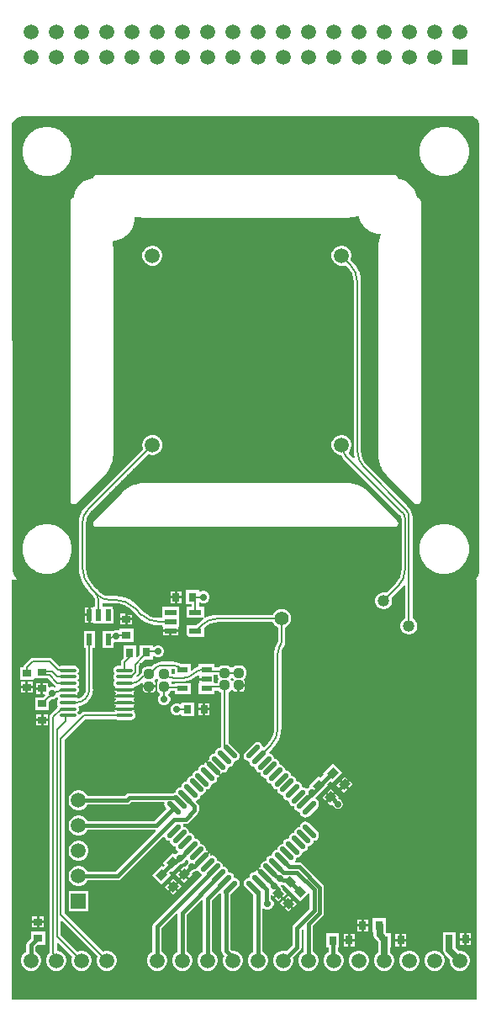
<source format=gtl>
G04*
G04 #@! TF.GenerationSoftware,Altium Limited,Altium Designer,21.8.1 (53)*
G04*
G04 Layer_Physical_Order=1*
G04 Layer_Color=255*
%FSLAX25Y25*%
%MOIN*%
G70*
G04*
G04 #@! TF.SameCoordinates,FEA55363-24F4-4A60-B236-1B38E07B82BE*
G04*
G04*
G04 #@! TF.FilePolarity,Positive*
G04*
G01*
G75*
%ADD32C,0.00799*%
%ADD33C,0.01575*%
%ADD34C,0.01575*%
%ADD35R,0.03543X0.03150*%
G04:AMPARAMS|DCode=36|XSize=21.65mil|YSize=68.9mil|CornerRadius=0mil|HoleSize=0mil|Usage=FLASHONLY|Rotation=315.000|XOffset=0mil|YOffset=0mil|HoleType=Round|Shape=Round|*
%AMOVALD36*
21,1,0.04724,0.02165,0.00000,0.00000,45.0*
1,1,0.02165,-0.01670,-0.01670*
1,1,0.02165,0.01670,0.01670*
%
%ADD36OVALD36*%

G04:AMPARAMS|DCode=37|XSize=21.65mil|YSize=68.9mil|CornerRadius=0mil|HoleSize=0mil|Usage=FLASHONLY|Rotation=45.000|XOffset=0mil|YOffset=0mil|HoleType=Round|Shape=Round|*
%AMOVALD37*
21,1,0.04724,0.02165,0.00000,0.00000,135.0*
1,1,0.02165,0.01670,-0.01670*
1,1,0.02165,-0.01670,0.01670*
%
%ADD37OVALD37*%

%ADD38R,0.03150X0.03543*%
G04:AMPARAMS|DCode=39|XSize=35.43mil|YSize=31.5mil|CornerRadius=0mil|HoleSize=0mil|Usage=FLASHONLY|Rotation=225.000|XOffset=0mil|YOffset=0mil|HoleType=Round|Shape=Rectangle|*
%AMROTATEDRECTD39*
4,1,4,0.00139,0.02366,0.02366,0.00139,-0.00139,-0.02366,-0.02366,-0.00139,0.00139,0.02366,0.0*
%
%ADD39ROTATEDRECTD39*%

G04:AMPARAMS|DCode=40|XSize=35.43mil|YSize=31.5mil|CornerRadius=0mil|HoleSize=0mil|Usage=FLASHONLY|Rotation=135.000|XOffset=0mil|YOffset=0mil|HoleType=Round|Shape=Rectangle|*
%AMROTATEDRECTD40*
4,1,4,0.02366,-0.00139,0.00139,-0.02366,-0.02366,0.00139,-0.00139,0.02366,0.02366,-0.00139,0.0*
%
%ADD40ROTATEDRECTD40*%

%ADD41R,0.04724X0.02362*%
%ADD42R,0.02362X0.04724*%
%ADD43O,0.06693X0.01378*%
G04:AMPARAMS|DCode=44|XSize=37.4mil|YSize=37.4mil|CornerRadius=9.35mil|HoleSize=0mil|Usage=FLASHONLY|Rotation=0.000|XOffset=0mil|YOffset=0mil|HoleType=Round|Shape=RoundedRectangle|*
%AMROUNDEDRECTD44*
21,1,0.03740,0.01870,0,0,0.0*
21,1,0.01870,0.03740,0,0,0.0*
1,1,0.01870,0.00935,-0.00935*
1,1,0.01870,-0.00935,-0.00935*
1,1,0.01870,-0.00935,0.00935*
1,1,0.01870,0.00935,0.00935*
%
%ADD44ROUNDEDRECTD44*%
%ADD45R,0.04331X0.02362*%
%ADD46C,0.02756*%
%ADD47R,0.05906X0.05906*%
%ADD48C,0.05906*%
%ADD49C,0.04685*%
%ADD50C,0.05512*%
%ADD51C,0.05878*%
%ADD52R,0.05906X0.05906*%
%ADD53C,0.02362*%
%ADD54C,0.05000*%
%ADD55C,0.02756*%
G36*
X188167Y190346D02*
X188895Y190045D01*
X189550Y189607D01*
X190107Y189050D01*
X190545Y188395D01*
X190846Y187667D01*
X191000Y186894D01*
Y186500D01*
Y11000D01*
Y10458D01*
X190789Y9396D01*
X190374Y8395D01*
X189772Y7494D01*
X189278Y7000D01*
X190000D01*
Y-159500D01*
X5500D01*
Y7000D01*
X7722D01*
X7228Y7494D01*
X6626Y8395D01*
X6211Y9396D01*
X6000Y10458D01*
Y18500D01*
X5500Y186000D01*
Y186443D01*
X5673Y187313D01*
X6012Y188131D01*
X6505Y188869D01*
X7131Y189495D01*
X7868Y189988D01*
X8687Y190327D01*
X9557Y190500D01*
X187394D01*
X188167Y190346D01*
D02*
G37*
%LPC*%
G36*
X177795Y186297D02*
X176166D01*
X176018Y186268D01*
X175868D01*
X174270Y185950D01*
X174131Y185892D01*
X173983Y185863D01*
X172479Y185240D01*
X172353Y185156D01*
X172214Y185098D01*
X170860Y184194D01*
X170754Y184087D01*
X170628Y184003D01*
X169477Y182852D01*
X169393Y182727D01*
X169287Y182620D01*
X168382Y181266D01*
X168324Y181127D01*
X168241Y181001D01*
X167617Y179497D01*
X167588Y179349D01*
X167530Y179210D01*
X167213Y177613D01*
Y177462D01*
X167183Y177314D01*
Y175686D01*
X167213Y175538D01*
Y175387D01*
X167530Y173790D01*
X167588Y173651D01*
X167617Y173503D01*
X168241Y171999D01*
X168324Y171873D01*
X168382Y171734D01*
X169287Y170380D01*
X169393Y170273D01*
X169477Y170148D01*
X170628Y168997D01*
X170754Y168913D01*
X170860Y168806D01*
X172214Y167902D01*
X172353Y167844D01*
X172479Y167760D01*
X173983Y167137D01*
X174131Y167108D01*
X174270Y167050D01*
X175868Y166732D01*
X176018D01*
X176166Y166703D01*
X177795D01*
X177942Y166732D01*
X178093D01*
X179690Y167050D01*
X179829Y167108D01*
X179977Y167137D01*
X181482Y167760D01*
X181607Y167844D01*
X181746Y167902D01*
X183100Y168806D01*
X183207Y168913D01*
X183332Y168997D01*
X184484Y170148D01*
X184567Y170273D01*
X184674Y170380D01*
X185579Y171734D01*
X185636Y171873D01*
X185720Y171999D01*
X186343Y173503D01*
X186373Y173651D01*
X186430Y173790D01*
X186748Y175387D01*
Y175538D01*
X186777Y175686D01*
Y177314D01*
X186748Y177462D01*
Y177613D01*
X186430Y179210D01*
X186373Y179349D01*
X186343Y179497D01*
X185720Y181001D01*
X185636Y181127D01*
X185579Y181266D01*
X184674Y182620D01*
X184567Y182727D01*
X184484Y182852D01*
X183332Y184003D01*
X183207Y184087D01*
X183100Y184194D01*
X181746Y185098D01*
X181607Y185156D01*
X181482Y185240D01*
X179977Y185863D01*
X179829Y185892D01*
X179690Y185950D01*
X178093Y186268D01*
X177942D01*
X177795Y186297D01*
D02*
G37*
G36*
X20314D02*
X18686D01*
X18538Y186268D01*
X18387D01*
X16790Y185950D01*
X16651Y185892D01*
X16503Y185863D01*
X14999Y185240D01*
X14873Y185156D01*
X14734Y185098D01*
X13380Y184194D01*
X13273Y184087D01*
X13148Y184003D01*
X11997Y182852D01*
X11913Y182727D01*
X11806Y182620D01*
X10902Y181266D01*
X10844Y181127D01*
X10760Y181001D01*
X10137Y179497D01*
X10108Y179349D01*
X10050Y179210D01*
X9732Y177613D01*
Y177462D01*
X9703Y177314D01*
Y175686D01*
X9732Y175538D01*
Y175387D01*
X10050Y173790D01*
X10108Y173651D01*
X10137Y173503D01*
X10760Y171999D01*
X10844Y171873D01*
X10902Y171734D01*
X11806Y170380D01*
X11913Y170273D01*
X11997Y170148D01*
X13148Y168997D01*
X13273Y168913D01*
X13380Y168806D01*
X14734Y167902D01*
X14873Y167844D01*
X14999Y167760D01*
X16503Y167137D01*
X16651Y167108D01*
X16790Y167050D01*
X18387Y166732D01*
X18538D01*
X18686Y166703D01*
X20314D01*
X20462Y166732D01*
X20613D01*
X22210Y167050D01*
X22349Y167108D01*
X22497Y167137D01*
X24002Y167760D01*
X24127Y167844D01*
X24266Y167902D01*
X25620Y168806D01*
X25727Y168913D01*
X25852Y168997D01*
X27003Y170148D01*
X27087Y170273D01*
X27194Y170380D01*
X28098Y171734D01*
X28156Y171873D01*
X28240Y171999D01*
X28863Y173503D01*
X28892Y173651D01*
X28950Y173790D01*
X29268Y175387D01*
Y175538D01*
X29297Y175686D01*
Y177314D01*
X29268Y177462D01*
Y177613D01*
X28950Y179210D01*
X28892Y179349D01*
X28863Y179497D01*
X28240Y181001D01*
X28156Y181127D01*
X28098Y181266D01*
X27194Y182620D01*
X27087Y182727D01*
X27003Y182852D01*
X25852Y184003D01*
X25727Y184087D01*
X25620Y184194D01*
X24266Y185098D01*
X24127Y185156D01*
X24002Y185240D01*
X22497Y185863D01*
X22349Y185892D01*
X22210Y185950D01*
X20613Y186268D01*
X20462D01*
X20314Y186297D01*
D02*
G37*
G36*
X157252Y167277D02*
X39252D01*
X38667Y167161D01*
X38170Y166830D01*
X37839Y166333D01*
X37725Y165762D01*
X37577Y165772D01*
X36360Y165648D01*
X35180Y165329D01*
X34068Y164822D01*
X33052Y164140D01*
X32161Y163303D01*
X31418Y162332D01*
X30843Y161253D01*
X30451Y160095D01*
X30252Y158889D01*
Y158277D01*
X29667Y158161D01*
X29171Y157829D01*
X28839Y157333D01*
X28723Y156748D01*
Y38248D01*
X28839Y37663D01*
X29171Y37167D01*
X29667Y36835D01*
X30252Y36719D01*
X30837Y36835D01*
X31333Y37167D01*
X36566Y42399D01*
X41798Y47631D01*
X41807Y47622D01*
X41911Y47744D01*
X42217Y48050D01*
X42259Y48114D01*
X42318Y48162D01*
X43070Y49078D01*
X43104Y49141D01*
X43116Y49155D01*
X43160Y49199D01*
X43183Y49233D01*
X43194Y49246D01*
X43222Y49292D01*
X43819Y50185D01*
X43848Y50255D01*
X43896Y50314D01*
X44222Y50924D01*
X44310Y51068D01*
X44349Y51162D01*
X44455Y51360D01*
X44477Y51432D01*
X44519Y51495D01*
X44973Y52591D01*
X44988Y52666D01*
X45024Y52733D01*
X45089Y52948D01*
X45128Y53041D01*
X45167Y53206D01*
X45368Y53868D01*
X45375Y53943D01*
X45404Y54013D01*
X45614Y55067D01*
X45626Y55119D01*
X45628Y55136D01*
X45636Y55176D01*
Y55238D01*
X45637Y55257D01*
X45658Y55325D01*
X45774Y56505D01*
X45767Y56581D01*
X45781Y56655D01*
Y57088D01*
X45794Y57248D01*
X45781D01*
Y137748D01*
X45794D01*
X45781Y137908D01*
Y138341D01*
X45767Y138416D01*
X45774Y138491D01*
X45658Y139671D01*
X45637Y139739D01*
X45636Y139758D01*
Y139820D01*
X45628Y139860D01*
X45626Y139878D01*
X45614Y139929D01*
X45475Y140629D01*
X45862Y141127D01*
X45866Y141129D01*
X46236D01*
X47938Y141467D01*
X49542Y142131D01*
X50985Y143096D01*
X52213Y144323D01*
X53177Y145767D01*
X53842Y147371D01*
X54180Y149073D01*
X54180Y149941D01*
X54180Y149941D01*
Y150319D01*
X54680Y150690D01*
X54871Y150632D01*
X54947Y150625D01*
X55017Y150596D01*
X56071Y150386D01*
X56122Y150374D01*
X56140Y150372D01*
X56180Y150364D01*
X56242D01*
X56261Y150363D01*
X56329Y150342D01*
X57509Y150226D01*
X57585Y150233D01*
X57659Y150219D01*
X58092D01*
X58252Y150206D01*
Y150219D01*
X138252D01*
Y150206D01*
X138412Y150219D01*
X138845D01*
X138919Y150233D01*
X138995Y150226D01*
X140175Y150342D01*
X140243Y150363D01*
X140262Y150364D01*
X140324D01*
X140364Y150372D01*
X140382Y150374D01*
X140433Y150386D01*
X141487Y150596D01*
X141557Y150625D01*
X141632Y150632D01*
X142295Y150833D01*
X142459Y150872D01*
X142552Y150911D01*
X143054Y150675D01*
X143089Y150639D01*
X143111Y150606D01*
X143206Y150127D01*
X143862Y148543D01*
X144815Y147117D01*
X146028Y145905D01*
X147453Y144952D01*
X149038Y144296D01*
X150719Y143961D01*
X151656D01*
X151830Y143817D01*
X151854Y143787D01*
X151969Y143461D01*
X151531Y142405D01*
X151516Y142330D01*
X151480Y142263D01*
X151415Y142048D01*
X151376Y141955D01*
X151337Y141791D01*
X151136Y141129D01*
X151129Y141053D01*
X151100Y140983D01*
X150890Y139929D01*
X150878Y139878D01*
X150876Y139860D01*
X150868Y139820D01*
Y139758D01*
X150867Y139739D01*
X150846Y139671D01*
X150730Y138491D01*
X150737Y138415D01*
X150723Y138341D01*
Y137908D01*
X150710Y137748D01*
X150723D01*
Y57248D01*
X150710D01*
X150723Y57088D01*
Y56655D01*
X150737Y56581D01*
X150730Y56505D01*
X150846Y55325D01*
X150867Y55257D01*
X150868Y55238D01*
Y55176D01*
X150876Y55136D01*
X150878Y55119D01*
X150890Y55067D01*
X151100Y54013D01*
X151129Y53943D01*
X151136Y53868D01*
X151337Y53205D01*
X151376Y53041D01*
X151415Y52948D01*
X151480Y52733D01*
X151516Y52666D01*
X151531Y52591D01*
X151985Y51495D01*
X152027Y51432D01*
X152049Y51360D01*
X152155Y51161D01*
X152194Y51068D01*
X152282Y50924D01*
X152608Y50314D01*
X152656Y50255D01*
X152685Y50185D01*
X153282Y49291D01*
X153310Y49246D01*
X153321Y49233D01*
X153344Y49199D01*
X153388Y49155D01*
X153400Y49141D01*
X153434Y49078D01*
X154186Y48162D01*
X154245Y48114D01*
X154287Y48050D01*
X154593Y47744D01*
X154697Y47622D01*
X154706Y47631D01*
X159938Y42399D01*
X165171Y37167D01*
X165667Y36835D01*
X166252Y36719D01*
X166837Y36835D01*
X167333Y37167D01*
X167665Y37663D01*
X167781Y38248D01*
Y156748D01*
X167665Y157333D01*
X167333Y157829D01*
X166837Y158161D01*
X166252Y158277D01*
X166129Y158253D01*
X165906Y159373D01*
X165228Y161011D01*
X164243Y162485D01*
X162989Y163739D01*
X161515Y164724D01*
X159877Y165402D01*
X158757Y165625D01*
X158781Y165748D01*
X158665Y166333D01*
X158333Y166830D01*
X157837Y167161D01*
X157252Y167277D01*
D02*
G37*
G36*
X61771Y139187D02*
X60733D01*
X59732Y138919D01*
X58833Y138400D01*
X58100Y137667D01*
X57581Y136768D01*
X57313Y135767D01*
Y134729D01*
X57581Y133728D01*
X58100Y132829D01*
X58833Y132096D01*
X59732Y131578D01*
X60733Y131309D01*
X61771D01*
X62772Y131578D01*
X63671Y132096D01*
X64404Y132829D01*
X64922Y133728D01*
X65191Y134729D01*
Y135767D01*
X64922Y136768D01*
X64404Y137667D01*
X63671Y138400D01*
X62772Y138919D01*
X61771Y139187D01*
D02*
G37*
G36*
X61382Y64203D02*
X61252Y64195D01*
X61121Y64203D01*
X61000Y64187D01*
X60733D01*
X60476Y64118D01*
X60354Y64102D01*
X60231Y64060D01*
X60102Y64034D01*
X59989Y63988D01*
X59732Y63919D01*
X59501Y63785D01*
X59387Y63738D01*
X59279Y63666D01*
X59162Y63608D01*
X59064Y63533D01*
X58833Y63400D01*
X58645Y63212D01*
X58548Y63137D01*
X58461Y63039D01*
X58363Y62952D01*
X58289Y62855D01*
X58100Y62667D01*
X57967Y62436D01*
X57892Y62339D01*
X57834Y62221D01*
X57762Y62113D01*
X57715Y61999D01*
X57581Y61768D01*
X57512Y61511D01*
X57465Y61398D01*
X57440Y61269D01*
X57398Y61146D01*
X57382Y61024D01*
X57313Y60767D01*
Y60500D01*
X57297Y60378D01*
X57306Y60248D01*
X57297Y60118D01*
X57313Y59996D01*
Y59729D01*
X57382Y59472D01*
X57398Y59350D01*
X57440Y59227D01*
X57465Y59098D01*
X57512Y58985D01*
X57581Y58728D01*
X57627Y58648D01*
X35261Y36281D01*
X34900Y35938D01*
X34882Y35923D01*
X34588Y35565D01*
X33681Y34460D01*
X32789Y32791D01*
X32239Y30979D01*
X32101Y29570D01*
X32054Y29096D01*
X32055Y29087D01*
X32068Y28590D01*
Y12348D01*
X32060Y11849D01*
X32060Y11849D01*
X32098Y11364D01*
X32222Y9792D01*
X32703Y7786D01*
X33291Y6369D01*
X33493Y5881D01*
X34571Y4121D01*
X35911Y2553D01*
X35913Y2555D01*
X35933Y2543D01*
X37220Y1255D01*
X37220Y1255D01*
X37275Y1218D01*
X37970Y313D01*
X38432Y-803D01*
X38581Y-1934D01*
X38568Y-2000D01*
Y-3717D01*
X37819D01*
Y-4117D01*
X36760D01*
Y-7079D01*
Y-10041D01*
X37819D01*
Y-10441D01*
X45921D01*
Y-3717D01*
X41432D01*
Y-2568D01*
X41818Y-2253D01*
X41932Y-2221D01*
X42000Y-2234D01*
X42124Y-2276D01*
X42323Y-2303D01*
X42434Y-2336D01*
X43013Y-2393D01*
X43633Y-2475D01*
X43699Y-2471D01*
X43764Y-2483D01*
X43849Y-2467D01*
X46494D01*
X48188Y-2633D01*
X50129Y-3222D01*
X51917Y-4178D01*
X53233Y-5258D01*
X55937Y-7962D01*
X55977Y-8022D01*
X56019Y-8050D01*
X56050Y-8088D01*
X56680Y-8605D01*
X57274Y-9113D01*
X57370Y-9171D01*
X57536Y-9307D01*
X57622Y-9354D01*
X57699Y-9416D01*
X58254Y-9713D01*
X58718Y-9997D01*
X59019Y-10122D01*
X59393Y-10322D01*
X59487Y-10351D01*
X59574Y-10397D01*
X59980Y-10520D01*
X60282Y-10645D01*
X60810Y-10772D01*
X61413Y-10955D01*
X61511Y-10964D01*
X61605Y-10993D01*
X61819Y-11014D01*
X61928Y-11040D01*
X62707Y-11101D01*
X63517Y-11181D01*
X63567Y-11176D01*
X63615Y-11186D01*
X63687Y-11172D01*
X65138D01*
Y-11921D01*
X65538D01*
Y-12980D01*
X71462D01*
Y-11921D01*
X71862D01*
Y-8181D01*
Y-3819D01*
X65138D01*
Y-8308D01*
X63615D01*
X63547Y-8322D01*
X62066Y-8176D01*
X60575Y-7724D01*
X59202Y-6990D01*
X58051Y-6046D01*
X58012Y-5988D01*
X58012Y-5988D01*
X55498Y-3474D01*
X55498Y-3462D01*
X55493Y-3457D01*
X55411Y-3387D01*
X55411Y-3386D01*
X54976Y-2952D01*
X54976Y-2951D01*
X54941Y-2928D01*
X54918Y-2899D01*
X53673Y-1836D01*
X53604Y-1797D01*
X53546Y-1743D01*
X52151Y-888D01*
X52077Y-861D01*
X52011Y-817D01*
X50499Y-190D01*
X50421Y-175D01*
X50350Y-142D01*
X48758Y240D01*
X48679Y243D01*
X48603Y265D01*
X46971Y393D01*
X46934Y389D01*
X46893Y397D01*
X46660D01*
X46180Y405D01*
X46170Y405D01*
X46164Y405D01*
X45667Y397D01*
X43764D01*
X43715Y387D01*
X42737Y516D01*
X41781Y912D01*
X40999Y1512D01*
X40971Y1553D01*
X40012Y2512D01*
X40012Y2512D01*
X39718Y2709D01*
X39247Y3283D01*
X39247Y3283D01*
X38891Y3634D01*
X37941Y4583D01*
X37941Y4583D01*
X37896Y4613D01*
X37368Y5233D01*
X36826Y5892D01*
X36454Y6500D01*
D01*
X36310Y6735D01*
X35919Y7465D01*
X35540Y8382D01*
X35300Y9174D01*
X35069Y10135D01*
X34985Y10985D01*
X34921Y11796D01*
X34932Y11849D01*
Y29084D01*
X34931Y29086D01*
X34932Y29088D01*
X34932Y29092D01*
X34922Y29142D01*
X35047Y30421D01*
X35434Y31695D01*
X36062Y32869D01*
X36883Y33870D01*
X36928Y33900D01*
X36929Y33901D01*
X36931Y33902D01*
X59652Y56623D01*
X59732Y56577D01*
X59989Y56508D01*
X60102Y56462D01*
X60231Y56436D01*
X60354Y56394D01*
X60476Y56378D01*
X60733Y56309D01*
X61000D01*
X61122Y56293D01*
X61252Y56302D01*
X61382Y56293D01*
X61504Y56309D01*
X61771D01*
X62028Y56378D01*
X62150Y56394D01*
X62273Y56436D01*
X62402Y56462D01*
X62515Y56508D01*
X62772Y56577D01*
X63003Y56711D01*
X63117Y56758D01*
X63225Y56830D01*
X63342Y56888D01*
X63440Y56963D01*
X63671Y57096D01*
X63859Y57284D01*
X63956Y57359D01*
X64043Y57458D01*
X64141Y57544D01*
X64215Y57641D01*
X64404Y57829D01*
X64537Y58060D01*
X64612Y58158D01*
X64670Y58275D01*
X64742Y58384D01*
X64789Y58497D01*
X64922Y58728D01*
X64991Y58985D01*
X65038Y59098D01*
X65064Y59227D01*
X65106Y59350D01*
X65122Y59472D01*
X65191Y59729D01*
Y59996D01*
X65207Y60118D01*
X65198Y60248D01*
X65207Y60378D01*
X65191Y60500D01*
Y60767D01*
X65122Y61024D01*
X65106Y61146D01*
X65064Y61269D01*
X65038Y61398D01*
X64991Y61511D01*
X64922Y61768D01*
X64789Y61999D01*
X64742Y62113D01*
X64670Y62221D01*
X64612Y62339D01*
X64537Y62436D01*
X64404Y62667D01*
X64215Y62855D01*
X64141Y62952D01*
X64043Y63039D01*
X63956Y63137D01*
X63859Y63212D01*
X63671Y63400D01*
X63440Y63533D01*
X63342Y63608D01*
X63225Y63666D01*
X63117Y63738D01*
X63003Y63785D01*
X62772Y63919D01*
X62515Y63988D01*
X62402Y64034D01*
X62273Y64060D01*
X62150Y64102D01*
X62028Y64118D01*
X61771Y64187D01*
X61504D01*
X61382Y64203D01*
D02*
G37*
G36*
X136771Y139187D02*
X135733D01*
X134732Y138919D01*
X133833Y138400D01*
X133100Y137667D01*
X132581Y136768D01*
X132313Y135767D01*
Y134729D01*
X132581Y133728D01*
X133100Y132829D01*
X133833Y132096D01*
X134732Y131578D01*
X135733Y131309D01*
X136771D01*
X137772Y131578D01*
X137856Y131626D01*
X138562Y130920D01*
X138562Y130920D01*
X138886Y130554D01*
X139644Y129631D01*
X140438Y128146D01*
X140927Y126534D01*
X141086Y124921D01*
X141073Y124858D01*
Y58142D01*
X141065D01*
X141206Y56353D01*
X141469Y55256D01*
X141016Y55002D01*
X139029Y56989D01*
X139029Y56989D01*
X139054Y57479D01*
X139404Y57829D01*
X139922Y58728D01*
X140191Y59729D01*
Y60767D01*
X139922Y61768D01*
X139404Y62667D01*
X138671Y63400D01*
X137772Y63919D01*
X136771Y64187D01*
X135733D01*
X134732Y63919D01*
X133833Y63400D01*
X133100Y62667D01*
X132581Y61768D01*
X132313Y60767D01*
Y59729D01*
X132581Y58728D01*
X133100Y57829D01*
X133833Y57096D01*
X134732Y56577D01*
X135733Y56309D01*
X135962D01*
X136075Y56097D01*
X137005Y54965D01*
X137011Y54971D01*
X137011Y54971D01*
X159330Y32652D01*
X159330Y32652D01*
X159330D01*
X159387Y32614D01*
X159905Y31839D01*
X160086Y30925D01*
X160073Y30858D01*
Y11142D01*
X160085Y11079D01*
X159927Y9466D01*
X159438Y7854D01*
X158644Y6369D01*
X157931Y5500D01*
X157891Y5452D01*
X157562Y5080D01*
Y5080D01*
X157215Y4733D01*
X154138Y1656D01*
X153440Y1843D01*
X152560D01*
X151710Y1615D01*
X150948Y1175D01*
X150325Y552D01*
X149885Y-210D01*
X149657Y-1060D01*
Y-1940D01*
X149885Y-2790D01*
X150325Y-3552D01*
X150948Y-4175D01*
X151710Y-4615D01*
X152560Y-4843D01*
X153440D01*
X154290Y-4615D01*
X155052Y-4175D01*
X155675Y-3552D01*
X156115Y-2790D01*
X156342Y-1940D01*
Y-1060D01*
X156156Y-362D01*
X159227Y2709D01*
X159586Y3056D01*
X159586Y3056D01*
X160751Y4421D01*
X161092Y4977D01*
X161573Y4841D01*
Y-8464D01*
X160948Y-8825D01*
X160325Y-9448D01*
X159885Y-10210D01*
X159658Y-11060D01*
Y-11940D01*
X159885Y-12790D01*
X160325Y-13552D01*
X160948Y-14175D01*
X161710Y-14615D01*
X162560Y-14842D01*
X163440D01*
X164290Y-14615D01*
X165052Y-14175D01*
X165675Y-13552D01*
X166115Y-12790D01*
X166342Y-11940D01*
Y-11060D01*
X166115Y-10210D01*
X165675Y-9448D01*
X165052Y-8825D01*
X164427Y-8464D01*
Y5500D01*
Y31500D01*
X164430D01*
X164310Y32721D01*
X163953Y33895D01*
X163375Y34977D01*
X162597Y35925D01*
X162597Y35925D01*
X162241Y36277D01*
X146438Y52080D01*
X146384Y52116D01*
X145356Y53369D01*
X144562Y54854D01*
X144073Y56466D01*
X143914Y58079D01*
X143927Y58142D01*
Y124858D01*
X143935D01*
X143794Y126647D01*
X143375Y128391D01*
X142689Y130049D01*
X141751Y131579D01*
X140586Y132943D01*
X140586Y132943D01*
X140227Y133291D01*
X139874Y133644D01*
X139922Y133728D01*
X140191Y134729D01*
Y135767D01*
X139922Y136768D01*
X139404Y137667D01*
X138671Y138400D01*
X137772Y138919D01*
X136771Y139187D01*
D02*
G37*
G36*
X137752Y45290D02*
Y45277D01*
X58752D01*
Y45290D01*
X58592Y45277D01*
X58159D01*
X58084Y45263D01*
X58009Y45270D01*
X56829Y45154D01*
X56761Y45133D01*
X56742Y45132D01*
X56680D01*
X56640Y45124D01*
X56622Y45122D01*
X56571Y45110D01*
X55517Y44900D01*
X55447Y44871D01*
X55371Y44864D01*
X54710Y44663D01*
X54545Y44624D01*
X54452Y44585D01*
X54237Y44520D01*
X54170Y44484D01*
X54095Y44469D01*
X52999Y44015D01*
X52936Y43973D01*
X52864Y43951D01*
X52666Y43845D01*
X52572Y43806D01*
X52428Y43718D01*
X51818Y43392D01*
X51759Y43344D01*
X51689Y43315D01*
X50795Y42718D01*
X50750Y42690D01*
X50737Y42679D01*
X50703Y42656D01*
X50659Y42612D01*
X50645Y42600D01*
X50582Y42566D01*
X49665Y41814D01*
X49617Y41755D01*
X49554Y41713D01*
X49248Y41407D01*
X49126Y41303D01*
X49135Y41294D01*
X38170Y30329D01*
X37839Y29833D01*
X37723Y29248D01*
X37839Y28663D01*
X38170Y28167D01*
X38667Y27835D01*
X39252Y27719D01*
X157252D01*
X157837Y27835D01*
X158333Y28167D01*
X158665Y28663D01*
X158781Y29248D01*
X158665Y29833D01*
X158333Y30329D01*
X147369Y41294D01*
X147378Y41303D01*
X147256Y41407D01*
X146950Y41713D01*
X146887Y41755D01*
X146838Y41814D01*
X145922Y42566D01*
X145859Y42600D01*
X145844Y42612D01*
X145801Y42656D01*
X145767Y42679D01*
X145754Y42690D01*
X145708Y42718D01*
X144815Y43315D01*
X144745Y43344D01*
X144686Y43392D01*
X144076Y43718D01*
X143932Y43806D01*
X143838Y43845D01*
X143640Y43951D01*
X143568Y43973D01*
X143505Y44015D01*
X142409Y44469D01*
X142334Y44484D01*
X142267Y44520D01*
X142052Y44585D01*
X141959Y44624D01*
X141794Y44663D01*
X141132Y44864D01*
X141057Y44871D01*
X140987Y44900D01*
X139933Y45110D01*
X139882Y45122D01*
X139864Y45124D01*
X139824Y45132D01*
X139762D01*
X139743Y45133D01*
X139675Y45154D01*
X138495Y45270D01*
X138419Y45263D01*
X138345Y45277D01*
X137912D01*
X137752Y45290D01*
D02*
G37*
G36*
X177795Y28817D02*
X176166D01*
X176018Y28787D01*
X175868D01*
X174270Y28470D01*
X174131Y28412D01*
X173983Y28383D01*
X172479Y27759D01*
X172353Y27676D01*
X172214Y27618D01*
X170860Y26713D01*
X170754Y26607D01*
X170628Y26523D01*
X169477Y25372D01*
X169393Y25246D01*
X169287Y25140D01*
X168382Y23786D01*
X168324Y23646D01*
X168241Y23521D01*
X167617Y22017D01*
X167588Y21869D01*
X167530Y21730D01*
X167213Y20132D01*
Y19982D01*
X167183Y19834D01*
Y18205D01*
X167213Y18058D01*
Y17907D01*
X167530Y16310D01*
X167588Y16171D01*
X167617Y16023D01*
X168241Y14518D01*
X168324Y14393D01*
X168382Y14254D01*
X169287Y12900D01*
X169393Y12793D01*
X169477Y12668D01*
X170628Y11516D01*
X170754Y11433D01*
X170860Y11326D01*
X172214Y10421D01*
X172353Y10364D01*
X172479Y10280D01*
X173983Y9657D01*
X174131Y9627D01*
X174270Y9570D01*
X175868Y9252D01*
X176018D01*
X176166Y9223D01*
X177795D01*
X177942Y9252D01*
X178093D01*
X179690Y9570D01*
X179829Y9627D01*
X179977Y9657D01*
X181482Y10280D01*
X181607Y10364D01*
X181746Y10421D01*
X183100Y11326D01*
X183207Y11433D01*
X183332Y11516D01*
X184484Y12668D01*
X184567Y12793D01*
X184674Y12900D01*
X185579Y14254D01*
X185636Y14393D01*
X185720Y14518D01*
X186343Y16023D01*
X186373Y16171D01*
X186430Y16310D01*
X186748Y17907D01*
Y18058D01*
X186777Y18205D01*
Y19834D01*
X186748Y19982D01*
Y20132D01*
X186430Y21730D01*
X186373Y21869D01*
X186343Y22017D01*
X185720Y23521D01*
X185636Y23646D01*
X185579Y23786D01*
X184674Y25140D01*
X184567Y25246D01*
X184484Y25372D01*
X183332Y26523D01*
X183207Y26607D01*
X183100Y26713D01*
X181746Y27618D01*
X181607Y27676D01*
X181482Y27759D01*
X179977Y28383D01*
X179829Y28412D01*
X179690Y28470D01*
X178093Y28787D01*
X177942D01*
X177795Y28817D01*
D02*
G37*
G36*
X20314D02*
X18686D01*
X18538Y28787D01*
X18387D01*
X16790Y28470D01*
X16651Y28412D01*
X16503Y28383D01*
X14999Y27759D01*
X14873Y27676D01*
X14734Y27618D01*
X13380Y26713D01*
X13273Y26607D01*
X13148Y26523D01*
X11997Y25372D01*
X11913Y25246D01*
X11806Y25140D01*
X10902Y23786D01*
X10844Y23646D01*
X10760Y23521D01*
X10137Y22017D01*
X10108Y21869D01*
X10050Y21730D01*
X9732Y20132D01*
Y19982D01*
X9703Y19834D01*
Y18205D01*
X9732Y18058D01*
Y17907D01*
X10050Y16310D01*
X10108Y16171D01*
X10137Y16023D01*
X10760Y14518D01*
X10844Y14393D01*
X10902Y14254D01*
X11806Y12900D01*
X11913Y12793D01*
X11997Y12668D01*
X13148Y11516D01*
X13273Y11433D01*
X13380Y11326D01*
X14734Y10421D01*
X14873Y10364D01*
X14999Y10280D01*
X16503Y9657D01*
X16651Y9627D01*
X16790Y9570D01*
X18387Y9252D01*
X18538D01*
X18686Y9223D01*
X20314D01*
X20462Y9252D01*
X20613D01*
X22210Y9570D01*
X22349Y9627D01*
X22497Y9657D01*
X24002Y10280D01*
X24127Y10364D01*
X24266Y10421D01*
X25620Y11326D01*
X25727Y11433D01*
X25852Y11516D01*
X27003Y12668D01*
X27087Y12793D01*
X27194Y12900D01*
X28098Y14254D01*
X28156Y14393D01*
X28240Y14518D01*
X28863Y16023D01*
X28892Y16171D01*
X28950Y16310D01*
X29268Y17907D01*
Y18058D01*
X29297Y18205D01*
Y19834D01*
X29268Y19982D01*
Y20132D01*
X28950Y21730D01*
X28892Y21869D01*
X28863Y22017D01*
X28240Y23521D01*
X28156Y23646D01*
X28098Y23786D01*
X27194Y25140D01*
X27087Y25246D01*
X27003Y25372D01*
X25852Y26523D01*
X25727Y26607D01*
X25620Y26713D01*
X24266Y27618D01*
X24127Y27676D01*
X24002Y27759D01*
X22497Y28383D01*
X22349Y28412D01*
X22210Y28470D01*
X20613Y28787D01*
X20462D01*
X20314Y28817D01*
D02*
G37*
G36*
X72868Y2332D02*
X71193D01*
Y461D01*
X72868D01*
Y2332D01*
D02*
G37*
G36*
X70193D02*
X68518D01*
Y461D01*
X70193D01*
Y2332D01*
D02*
G37*
G36*
X79803Y2772D02*
X74654D01*
Y-2772D01*
X76916D01*
Y-3819D01*
X74980D01*
Y-8181D01*
X81240D01*
X81529Y-8181D01*
X81670Y-8681D01*
X80744Y-9249D01*
X79379Y-10414D01*
X79382Y-10417D01*
X78499Y-11299D01*
X74980D01*
Y-15661D01*
X81705D01*
Y-12166D01*
X82692Y-11356D01*
X84177Y-10562D01*
X85789Y-10073D01*
X87386Y-9916D01*
X87465Y-9932D01*
X108995D01*
X109000Y-9950D01*
X109127Y-10170D01*
X109170Y-10272D01*
X109242Y-10381D01*
X109300Y-10498D01*
X109367Y-10586D01*
X109494Y-10806D01*
X109675Y-10986D01*
X109742Y-11074D01*
X109840Y-11160D01*
X109926Y-11258D01*
X110014Y-11326D01*
X110194Y-11506D01*
X110414Y-11633D01*
X110502Y-11700D01*
X110619Y-11758D01*
X110728Y-11830D01*
X110830Y-11873D01*
X111050Y-12000D01*
X111068Y-12005D01*
Y-17574D01*
X111074Y-17600D01*
X110970Y-18119D01*
X110673Y-18481D01*
X110620Y-18580D01*
X110506Y-18729D01*
X110448Y-18846D01*
X110407Y-18908D01*
X110398Y-18918D01*
X110397Y-18923D01*
X110376Y-18955D01*
X110347Y-19024D01*
X110347Y-19024D01*
X110347Y-19024D01*
X110223Y-19323D01*
X110068Y-19614D01*
X109972Y-19930D01*
X109819Y-20298D01*
X109794Y-20426D01*
X109752Y-20550D01*
X109727Y-20735D01*
X109695Y-20843D01*
X109640Y-21400D01*
X109562Y-21991D01*
X109566Y-22057D01*
X109554Y-22121D01*
X109568Y-22195D01*
Y-51858D01*
X109584Y-51937D01*
X109427Y-53534D01*
X108938Y-55146D01*
X108144Y-56631D01*
X107126Y-57872D01*
X107059Y-57916D01*
X105543Y-59433D01*
X105007Y-59270D01*
X104993Y-59232D01*
X104905Y-58790D01*
X104445Y-58101D01*
X103756Y-57641D01*
X102943Y-57479D01*
X102131Y-57641D01*
X101442Y-58101D01*
X98101Y-61442D01*
X97641Y-62131D01*
X97479Y-62943D01*
X97641Y-63756D01*
X98101Y-64445D01*
X98790Y-64905D01*
X99232Y-64993D01*
X99631Y-65142D01*
X99780Y-65541D01*
X99868Y-65983D01*
X100328Y-66672D01*
X101017Y-67132D01*
X101459Y-67220D01*
X101858Y-67369D01*
X102007Y-67768D01*
X102095Y-68210D01*
X102555Y-68899D01*
X103244Y-69359D01*
X103686Y-69447D01*
X104085Y-69596D01*
X104234Y-69995D01*
X104322Y-70437D01*
X104782Y-71126D01*
X105471Y-71586D01*
X105913Y-71674D01*
X106312Y-71824D01*
X106461Y-72223D01*
X106549Y-72664D01*
X107009Y-73353D01*
X107698Y-73813D01*
X108140Y-73901D01*
X108539Y-74051D01*
X108688Y-74450D01*
X108776Y-74891D01*
X109237Y-75580D01*
X109925Y-76041D01*
X110367Y-76129D01*
X110766Y-76278D01*
X110916Y-76677D01*
X111003Y-77118D01*
X111464Y-77807D01*
X112153Y-78268D01*
X112594Y-78356D01*
X112993Y-78505D01*
X113143Y-78904D01*
X113231Y-79346D01*
X113691Y-80035D01*
X114380Y-80495D01*
X114821Y-80583D01*
X115220Y-80732D01*
X115370Y-81131D01*
X115458Y-81573D01*
X115918Y-82262D01*
X116607Y-82722D01*
X117049Y-82810D01*
X117448Y-82959D01*
X117597Y-83358D01*
X117685Y-83800D01*
X118145Y-84489D01*
X118834Y-84949D01*
X119276Y-85037D01*
X119675Y-85186D01*
X119824Y-85585D01*
X119912Y-86027D01*
X120372Y-86716D01*
X121061Y-87176D01*
X121874Y-87338D01*
X122686Y-87176D01*
X123375Y-86716D01*
X126716Y-83375D01*
X127176Y-82686D01*
X127338Y-81874D01*
X127176Y-81061D01*
X126716Y-80372D01*
X126073Y-79943D01*
X126045Y-79890D01*
X126007Y-79720D01*
X125972Y-79391D01*
X126516Y-78847D01*
X126576Y-78703D01*
X127078Y-78498D01*
X127078D01*
X130998Y-74578D01*
X130591Y-74171D01*
X131921Y-72841D01*
X132578Y-73498D01*
X136498Y-69578D01*
X132856Y-65937D01*
X128937Y-69856D01*
X129344Y-70263D01*
X128013Y-71594D01*
X127356Y-70937D01*
X123437Y-74856D01*
X123479Y-74899D01*
X123382Y-75389D01*
X123153Y-75484D01*
X122805Y-75832D01*
X122262Y-75918D01*
X121573Y-75458D01*
X121131Y-75370D01*
X120732Y-75221D01*
X120583Y-74821D01*
X120495Y-74380D01*
X120035Y-73691D01*
X119346Y-73230D01*
X118904Y-73143D01*
X118505Y-72993D01*
X118356Y-72594D01*
X118268Y-72153D01*
X117807Y-71464D01*
X117119Y-71003D01*
X116677Y-70916D01*
X116278Y-70766D01*
X116128Y-70367D01*
X116041Y-69925D01*
X115580Y-69237D01*
X114891Y-68776D01*
X114450Y-68688D01*
X114050Y-68539D01*
X113901Y-68140D01*
X113813Y-67698D01*
X113353Y-67010D01*
X112664Y-66549D01*
X112223Y-66461D01*
X111823Y-66312D01*
X111674Y-65913D01*
X111586Y-65471D01*
X111126Y-64782D01*
X110437Y-64322D01*
X109995Y-64234D01*
X109596Y-64085D01*
X109447Y-63686D01*
X109359Y-63244D01*
X108899Y-62555D01*
X108210Y-62095D01*
X107768Y-62007D01*
X107730Y-61993D01*
X107567Y-61457D01*
X109083Y-59941D01*
X109083Y-59941D01*
X109086Y-59943D01*
X110251Y-58579D01*
X111188Y-57049D01*
X111875Y-55391D01*
X112294Y-53647D01*
X112435Y-51858D01*
X112432D01*
Y-22121D01*
X112423Y-22080D01*
X112544Y-21163D01*
X112873Y-20369D01*
X113356Y-19739D01*
X113456Y-19498D01*
X113518Y-19388D01*
X113519Y-19383D01*
X113551Y-19335D01*
X113576Y-19209D01*
X113789Y-18695D01*
X113937Y-17574D01*
X113932D01*
Y-12005D01*
X113950Y-12000D01*
X114170Y-11873D01*
X114272Y-11830D01*
X114381Y-11758D01*
X114498Y-11700D01*
X114586Y-11633D01*
X114806Y-11506D01*
X114986Y-11326D01*
X115074Y-11258D01*
X115160Y-11160D01*
X115258Y-11074D01*
X115325Y-10986D01*
X115506Y-10806D01*
X115633Y-10586D01*
X115700Y-10498D01*
X115758Y-10381D01*
X115830Y-10272D01*
X115873Y-10170D01*
X116000Y-9950D01*
X116066Y-9704D01*
X116108Y-9602D01*
X116134Y-9474D01*
X116176Y-9350D01*
X116190Y-9240D01*
X116256Y-8995D01*
Y-8740D01*
X116270Y-8630D01*
X116262Y-8500D01*
X116270Y-8370D01*
X116256Y-8260D01*
Y-8005D01*
X116190Y-7760D01*
X116176Y-7650D01*
X116134Y-7526D01*
X116108Y-7398D01*
X116066Y-7296D01*
X116000Y-7050D01*
X115873Y-6830D01*
X115830Y-6728D01*
X115758Y-6619D01*
X115700Y-6502D01*
X115633Y-6414D01*
X115506Y-6194D01*
X115325Y-6014D01*
X115258Y-5926D01*
X115160Y-5840D01*
X115074Y-5742D01*
X114986Y-5675D01*
X114806Y-5494D01*
X114586Y-5367D01*
X114498Y-5300D01*
X114381Y-5242D01*
X114272Y-5170D01*
X114170Y-5127D01*
X113950Y-5000D01*
X113704Y-4934D01*
X113602Y-4892D01*
X113474Y-4866D01*
X113350Y-4824D01*
X113240Y-4810D01*
X112995Y-4744D01*
X112740D01*
X112630Y-4730D01*
X112500Y-4738D01*
X112370Y-4730D01*
X112260Y-4744D01*
X112005D01*
X111760Y-4810D01*
X111650Y-4824D01*
X111526Y-4866D01*
X111398Y-4892D01*
X111296Y-4934D01*
X111050Y-5000D01*
X110830Y-5127D01*
X110728Y-5170D01*
X110619Y-5242D01*
X110502Y-5300D01*
X110414Y-5367D01*
X110194Y-5494D01*
X110014Y-5675D01*
X109926Y-5742D01*
X109840Y-5840D01*
X109742Y-5926D01*
X109675Y-6014D01*
X109494Y-6194D01*
X109367Y-6414D01*
X109300Y-6502D01*
X109242Y-6619D01*
X109170Y-6728D01*
X109127Y-6830D01*
X109000Y-7050D01*
X108995Y-7068D01*
X87465D01*
Y-7065D01*
X85676Y-7206D01*
X83931Y-7625D01*
X82274Y-8311D01*
X82109Y-8412D01*
X81705Y-8074D01*
X81705Y-7754D01*
Y-3819D01*
X79769D01*
Y-2772D01*
X79803D01*
Y-2319D01*
X80303Y-2078D01*
X81027Y-2378D01*
X81973D01*
X82847Y-2016D01*
X83516Y-1347D01*
X83878Y-473D01*
Y473D01*
X83516Y1347D01*
X82847Y2016D01*
X81973Y2378D01*
X81027D01*
X80303Y2078D01*
X79803Y2319D01*
Y2772D01*
D02*
G37*
G36*
X72868Y-539D02*
X71193D01*
Y-2411D01*
X72868D01*
Y-539D01*
D02*
G37*
G36*
X70193D02*
X68518D01*
Y-2411D01*
X70193D01*
Y-539D01*
D02*
G37*
G36*
X35760Y-4117D02*
X34479D01*
Y-6579D01*
X35760D01*
Y-4117D01*
D02*
G37*
G36*
X53332Y-6518D02*
X51461D01*
Y-8193D01*
X53332D01*
Y-6518D01*
D02*
G37*
G36*
X50461D02*
X48589D01*
Y-8193D01*
X50461D01*
Y-6518D01*
D02*
G37*
G36*
X35760Y-7579D02*
X34479D01*
Y-10041D01*
X35760D01*
Y-7579D01*
D02*
G37*
G36*
X53332Y-9193D02*
X51461D01*
Y-10868D01*
X53332D01*
Y-9193D01*
D02*
G37*
G36*
X50461D02*
X48589D01*
Y-10868D01*
X50461D01*
Y-9193D01*
D02*
G37*
G36*
X53772Y-12653D02*
X48228D01*
Y-12985D01*
X47813Y-13263D01*
X47473Y-13122D01*
X46527D01*
X45653Y-13484D01*
X45578Y-13559D01*
X41559D01*
Y-20283D01*
X45921D01*
Y-18077D01*
X46337Y-17799D01*
X46527Y-17878D01*
X47473D01*
X48008Y-17656D01*
X48228Y-17803D01*
Y-17803D01*
X53772D01*
Y-12653D01*
D02*
G37*
G36*
X71462Y-13980D02*
X69000D01*
Y-15261D01*
X71462D01*
Y-13980D01*
D02*
G37*
G36*
X68000D02*
X65538D01*
Y-15261D01*
X68000D01*
Y-13980D01*
D02*
G37*
G36*
X63973Y-19122D02*
X63027D01*
X62153Y-19484D01*
X61882Y-19755D01*
X61382Y-19548D01*
Y-19189D01*
X56232D01*
Y-22918D01*
X55308Y-23842D01*
X54847Y-23650D01*
Y-19228D01*
X49697D01*
Y-24253D01*
X49211Y-24739D01*
X48902Y-25202D01*
X48793Y-25748D01*
X48794Y-25748D01*
Y-27321D01*
X47563D01*
X46904Y-27452D01*
X46345Y-27826D01*
X45972Y-28384D01*
X45841Y-29043D01*
X45972Y-29702D01*
X46125Y-29931D01*
X46315Y-30323D01*
X46125Y-30715D01*
X45972Y-30943D01*
X45841Y-31602D01*
X45972Y-32261D01*
X46125Y-32490D01*
X46315Y-32882D01*
X46125Y-33274D01*
X45972Y-33502D01*
X45841Y-34161D01*
X45972Y-34820D01*
X46345Y-35379D01*
X46382Y-35404D01*
X46457Y-36055D01*
X46349Y-36217D01*
X46348Y-36220D01*
X50221D01*
X54093D01*
X54092Y-36217D01*
X53984Y-36055D01*
X53966Y-35899D01*
X54152Y-35466D01*
X54545Y-35414D01*
X55932Y-34839D01*
X57098Y-33945D01*
X57286Y-33984D01*
X57563Y-34169D01*
X57500Y-34486D01*
Y-34921D01*
X60000D01*
X62500D01*
Y-34486D01*
X62381Y-33887D01*
X62042Y-33380D01*
Y-33023D01*
X62330Y-32830D01*
X62732Y-32228D01*
X62950Y-32206D01*
X62971Y-32207D01*
X63256Y-32250D01*
X63670Y-32869D01*
Y-33130D01*
X63242Y-33771D01*
X63092Y-34526D01*
Y-36396D01*
X63242Y-37151D01*
X63670Y-37791D01*
X64268Y-38190D01*
X64328Y-38331D01*
X64392Y-38745D01*
X63984Y-39153D01*
X63622Y-40027D01*
Y-40973D01*
X63984Y-41847D01*
X64653Y-42516D01*
X65527Y-42878D01*
X66473D01*
X67347Y-42516D01*
X68016Y-41847D01*
X68378Y-40973D01*
Y-40027D01*
X68016Y-39153D01*
X67608Y-38745D01*
X67672Y-38331D01*
X67732Y-38190D01*
X68330Y-37791D01*
X68673Y-37277D01*
X70110D01*
Y-38421D01*
X76441D01*
Y-34059D01*
X70110D01*
Y-34423D01*
X68888D01*
X68775Y-33859D01*
X68959Y-33559D01*
X69111Y-33399D01*
X69396Y-33437D01*
X69451Y-33433D01*
X69492Y-33441D01*
X69500Y-33440D01*
X69526Y-33445D01*
X69594Y-33432D01*
X73709D01*
Y-33433D01*
X75068Y-33299D01*
X76374Y-32903D01*
X77578Y-32259D01*
X78633Y-31393D01*
X78633Y-31393D01*
X79005Y-31084D01*
X79091Y-31019D01*
X79459Y-30958D01*
X79959Y-31236D01*
Y-32000D01*
X82724D01*
Y-33000D01*
X79959D01*
Y-34059D01*
X79559D01*
Y-38421D01*
X85890D01*
Y-37032D01*
X87497D01*
X87670Y-37291D01*
X88310Y-37718D01*
X88568Y-37770D01*
Y-58619D01*
X88454Y-58790D01*
X88366Y-59232D01*
X88217Y-59631D01*
X87818Y-59780D01*
X87376Y-59868D01*
X86687Y-60328D01*
X86227Y-61017D01*
X86139Y-61459D01*
X85990Y-61858D01*
X85591Y-62007D01*
X85149Y-62095D01*
X84460Y-62555D01*
X84000Y-63244D01*
X83838Y-64057D01*
X83906Y-64397D01*
X83734Y-64568D01*
X83078Y-64699D01*
X82945Y-64788D01*
X85758Y-67601D01*
X88572Y-70414D01*
X88660Y-70281D01*
X88791Y-69625D01*
X88962Y-69453D01*
X89302Y-69521D01*
X90115Y-69359D01*
X90804Y-68899D01*
X91264Y-68210D01*
X91352Y-67768D01*
X91501Y-67369D01*
X91900Y-67220D01*
X92342Y-67132D01*
X93031Y-66672D01*
X93491Y-65983D01*
X93579Y-65541D01*
X93728Y-65142D01*
X94127Y-64993D01*
X94569Y-64905D01*
X95258Y-64445D01*
X95718Y-63756D01*
X95880Y-62943D01*
X95718Y-62131D01*
X95258Y-61442D01*
X91917Y-58101D01*
X91432Y-57777D01*
Y-37770D01*
X91690Y-37718D01*
X92330Y-37291D01*
X92697Y-36742D01*
X93068Y-36683D01*
X93257Y-36702D01*
X93458Y-37002D01*
X93966Y-37342D01*
X94565Y-37461D01*
X95000D01*
Y-34961D01*
X95500D01*
Y-34461D01*
X98000D01*
Y-34026D01*
X97881Y-33427D01*
X97542Y-32919D01*
Y-32562D01*
X97830Y-32370D01*
X98258Y-31729D01*
X98408Y-30974D01*
Y-29104D01*
X98258Y-28349D01*
X97830Y-27709D01*
X97190Y-27282D01*
X96435Y-27131D01*
X94565D01*
X93810Y-27282D01*
X93170Y-27709D01*
X93000Y-27964D01*
X92500D01*
X92330Y-27709D01*
X91690Y-27282D01*
X90935Y-27131D01*
X89065D01*
X88310Y-27282D01*
X87670Y-27709D01*
X87497Y-27968D01*
X85890D01*
Y-26579D01*
X79559D01*
Y-27647D01*
X78866Y-27857D01*
X77662Y-28500D01*
X76941Y-29092D01*
X76441Y-28856D01*
Y-26579D01*
X72713D01*
X71876Y-26131D01*
X70479Y-25708D01*
X69027Y-25565D01*
Y-25568D01*
X65561D01*
X65500Y-25556D01*
X65435Y-25569D01*
X65370Y-25565D01*
X64812Y-25638D01*
X64279Y-25690D01*
X64176Y-25722D01*
X64005Y-25744D01*
X63881Y-25786D01*
X63753Y-25812D01*
X63407Y-25955D01*
X63105Y-26047D01*
X62827Y-26195D01*
X62481Y-26339D01*
X62372Y-26411D01*
X62255Y-26469D01*
X62118Y-26574D01*
X62023Y-26625D01*
X61609Y-26965D01*
X61165Y-27305D01*
X61165Y-27305D01*
X61163Y-27307D01*
X61120Y-27356D01*
X61068Y-27391D01*
X61067Y-27392D01*
X61065Y-27393D01*
X61030Y-27445D01*
X60883Y-27592D01*
X59065D01*
X58310Y-27742D01*
X57670Y-28170D01*
X57242Y-28810D01*
X57092Y-29565D01*
Y-30024D01*
X56419Y-30540D01*
X56426Y-30547D01*
X56421Y-30555D01*
X55455Y-31520D01*
X54931Y-31338D01*
X54922Y-31264D01*
X55476Y-30710D01*
X55785Y-30247D01*
X55894Y-29701D01*
X55894Y-29701D01*
Y-27293D01*
X58454Y-24732D01*
X61382D01*
Y-23452D01*
X61882Y-23245D01*
X62153Y-23516D01*
X63027Y-23878D01*
X63973D01*
X64847Y-23516D01*
X65516Y-22847D01*
X65878Y-21973D01*
Y-21027D01*
X65516Y-20153D01*
X64847Y-19484D01*
X63973Y-19122D01*
D02*
G37*
G36*
X13872Y-33581D02*
X12000D01*
Y-35256D01*
X13872D01*
Y-33581D01*
D02*
G37*
G36*
X11000D02*
X9128D01*
Y-35256D01*
X11000D01*
Y-33581D01*
D02*
G37*
G36*
X17000Y-34054D02*
X15128D01*
Y-35728D01*
X17000D01*
Y-34054D01*
D02*
G37*
G36*
X98000Y-35461D02*
X96000D01*
Y-37461D01*
X96435D01*
X97034Y-37342D01*
X97542Y-37002D01*
X97881Y-36495D01*
X98000Y-35896D01*
Y-35461D01*
D02*
G37*
G36*
X62500Y-35921D02*
X60500D01*
Y-37921D01*
X60935D01*
X61534Y-37802D01*
X62042Y-37463D01*
X62381Y-36955D01*
X62500Y-36356D01*
Y-35921D01*
D02*
G37*
G36*
X59500D02*
X57500D01*
Y-36356D01*
X57619Y-36955D01*
X57958Y-37463D01*
X58466Y-37802D01*
X59065Y-37921D01*
X59500D01*
Y-35921D01*
D02*
G37*
G36*
X13872Y-36256D02*
X12000D01*
Y-37931D01*
X13872D01*
Y-36256D01*
D02*
G37*
G36*
X11000D02*
X9128D01*
Y-37931D01*
X11000D01*
Y-36256D01*
D02*
G37*
G36*
X17000Y-36728D02*
X15128D01*
Y-38403D01*
X17000D01*
Y-36728D01*
D02*
G37*
G36*
X54093Y-37220D02*
X50221D01*
X46348D01*
X46349Y-37223D01*
X46634Y-37650D01*
X46708Y-37699D01*
Y-38301D01*
X46634Y-38350D01*
X46349Y-38777D01*
X46348Y-38780D01*
X50221D01*
X54093D01*
X54092Y-38777D01*
X53807Y-38350D01*
X53733Y-38301D01*
Y-37699D01*
X53807Y-37650D01*
X54092Y-37223D01*
X54093Y-37220D01*
D02*
G37*
G36*
X38441Y-13559D02*
X34079D01*
Y-20283D01*
X34828D01*
Y-36549D01*
X34837Y-36595D01*
X34711Y-37552D01*
X34324Y-38486D01*
X33741Y-39246D01*
X33707Y-39268D01*
X33705Y-39272D01*
X33701Y-39274D01*
X33701Y-39275D01*
X33700Y-39275D01*
X33700Y-39276D01*
X33698Y-39277D01*
X33697Y-39279D01*
X33696Y-39279D01*
X33696Y-39279D01*
X33695Y-39280D01*
X33693Y-39283D01*
X33689Y-39286D01*
X33667Y-39320D01*
X32907Y-39903D01*
X31973Y-40290D01*
X31908Y-40299D01*
X31618Y-39833D01*
X31651Y-39783D01*
X31652Y-39779D01*
X27779D01*
Y-38780D01*
X31652D01*
X31651Y-38777D01*
X31543Y-38614D01*
X31618Y-37963D01*
X31655Y-37938D01*
X32028Y-37380D01*
X32159Y-36720D01*
X32028Y-36061D01*
X31875Y-35833D01*
X31685Y-35441D01*
X31875Y-35049D01*
X32028Y-34820D01*
X32159Y-34161D01*
X32028Y-33502D01*
X31875Y-33274D01*
X31685Y-32882D01*
X31875Y-32490D01*
X32028Y-32261D01*
X32159Y-31602D01*
X32028Y-30943D01*
X31875Y-30715D01*
X31685Y-30323D01*
X31875Y-29931D01*
X32028Y-29702D01*
X32159Y-29043D01*
X32028Y-28384D01*
X31655Y-27826D01*
X31096Y-27452D01*
X30437Y-27321D01*
X25122D01*
X24469Y-27451D01*
X21509Y-24491D01*
X21046Y-24182D01*
X20500Y-24073D01*
X20500Y-24073D01*
X14000D01*
X13454Y-24182D01*
X12991Y-24491D01*
X12991Y-24491D01*
X10552Y-26930D01*
X10243Y-27393D01*
X10188Y-27669D01*
X8728D01*
Y-32819D01*
X14272D01*
Y-32467D01*
X14689Y-32268D01*
X18498D01*
X18636Y-32295D01*
X19777D01*
X22652Y-35171D01*
X22853Y-35304D01*
X22882Y-35367D01*
X22835Y-35894D01*
X22740Y-35940D01*
X21973Y-35622D01*
X21027D01*
X20372Y-35893D01*
X19872Y-35612D01*
Y-34054D01*
X18000D01*
Y-36228D01*
Y-38403D01*
X18643D01*
X18849Y-38901D01*
X18760Y-38994D01*
X18057Y-39697D01*
X14728D01*
Y-44846D01*
X20272D01*
Y-41518D01*
X21131Y-40659D01*
X21131Y-40659D01*
X21515Y-40378D01*
X21973D01*
X22847Y-40016D01*
X23345Y-39518D01*
X23884Y-39665D01*
X23908Y-39783D01*
X24016Y-39945D01*
X23941Y-40596D01*
X23904Y-40621D01*
X23531Y-41180D01*
X23400Y-41839D01*
X23531Y-42498D01*
X23684Y-42726D01*
X23874Y-43118D01*
X23684Y-43510D01*
X23531Y-43739D01*
X23473Y-44028D01*
X20991Y-46511D01*
X20682Y-46974D01*
X20573Y-47520D01*
X20573Y-47520D01*
Y-141057D01*
X20573Y-141057D01*
X20579Y-141087D01*
X20014Y-141652D01*
X19494Y-142553D01*
X19224Y-143558D01*
Y-144599D01*
X19494Y-145604D01*
X20014Y-146506D01*
X20750Y-147242D01*
X21652Y-147762D01*
X22657Y-148031D01*
X23698D01*
X24703Y-147762D01*
X25604Y-147242D01*
X26340Y-146506D01*
X26861Y-145604D01*
X27130Y-144599D01*
Y-143558D01*
X26861Y-142553D01*
X26340Y-141652D01*
X25604Y-140916D01*
X24703Y-140395D01*
X23698Y-140126D01*
X23427D01*
Y-137000D01*
X23889Y-136809D01*
X29545Y-142465D01*
X29494Y-142553D01*
X29224Y-143558D01*
Y-144599D01*
X29494Y-145604D01*
X30014Y-146506D01*
X30750Y-147242D01*
X31651Y-147762D01*
X32657Y-148031D01*
X33698D01*
X34703Y-147762D01*
X35604Y-147242D01*
X36340Y-146506D01*
X36861Y-145604D01*
X37130Y-144599D01*
Y-143558D01*
X36861Y-142553D01*
X36340Y-141652D01*
X35604Y-140916D01*
X34703Y-140395D01*
X33698Y-140126D01*
X32657D01*
X31651Y-140395D01*
X31563Y-140446D01*
X24927Y-133810D01*
Y-128500D01*
X25389Y-128309D01*
X39545Y-142465D01*
X39494Y-142553D01*
X39224Y-143558D01*
Y-144599D01*
X39494Y-145604D01*
X40014Y-146506D01*
X40750Y-147242D01*
X41651Y-147762D01*
X42657Y-148031D01*
X43698D01*
X44703Y-147762D01*
X45604Y-147242D01*
X46340Y-146506D01*
X46861Y-145604D01*
X47130Y-144599D01*
Y-143558D01*
X46861Y-142553D01*
X46340Y-141652D01*
X45604Y-140916D01*
X44703Y-140395D01*
X43698Y-140126D01*
X42657D01*
X41651Y-140395D01*
X41563Y-140446D01*
X26427Y-125311D01*
Y-56591D01*
X34634Y-48384D01*
X46659D01*
X46904Y-48548D01*
X47563Y-48679D01*
X52878D01*
X53537Y-48548D01*
X54096Y-48174D01*
X54469Y-47616D01*
X54600Y-46957D01*
X54469Y-46298D01*
X54096Y-45739D01*
X54059Y-45714D01*
X53984Y-45063D01*
X54092Y-44901D01*
X54093Y-44898D01*
X50221D01*
X46348D01*
X46349Y-44901D01*
X46435Y-45030D01*
X46168Y-45530D01*
X34043D01*
X34043Y-45530D01*
X33497Y-45638D01*
X33034Y-45948D01*
X33034Y-45948D01*
X32512Y-46470D01*
X32092Y-46343D01*
X32008Y-46267D01*
X31875Y-46069D01*
X31685Y-45677D01*
X31875Y-45285D01*
X32028Y-45057D01*
X32159Y-44398D01*
X32028Y-43739D01*
X31984Y-43673D01*
X32234Y-43146D01*
X32282Y-43141D01*
X32392Y-43108D01*
X32586Y-43082D01*
X32710Y-43040D01*
X32838Y-43015D01*
X33219Y-42857D01*
X33543Y-42759D01*
X33841Y-42599D01*
X34222Y-42442D01*
X34331Y-42369D01*
X34448Y-42311D01*
X34603Y-42192D01*
X34705Y-42138D01*
X35148Y-41774D01*
X35633Y-41402D01*
X35633Y-41402D01*
X35633Y-41402D01*
X35637Y-41399D01*
X35679Y-41351D01*
X35730Y-41317D01*
X35731Y-41316D01*
X35734Y-41313D01*
X35737Y-41309D01*
X35738Y-41309D01*
X35772Y-41258D01*
X35820Y-41215D01*
X35823Y-41212D01*
X35823Y-41212D01*
X35823Y-41211D01*
X36195Y-40727D01*
X36559Y-40283D01*
X36613Y-40182D01*
X36733Y-40027D01*
X36790Y-39909D01*
X36863Y-39801D01*
X37021Y-39420D01*
X37180Y-39121D01*
X37278Y-38798D01*
X37436Y-38417D01*
X37462Y-38289D01*
X37504Y-38165D01*
X37529Y-37971D01*
X37563Y-37861D01*
X37619Y-37290D01*
X37699Y-36680D01*
X37695Y-36614D01*
X37708Y-36549D01*
X37692Y-36468D01*
Y-20283D01*
X38441D01*
Y-13559D01*
D02*
G37*
G36*
X54093Y-39779D02*
X50221D01*
X46348D01*
X46349Y-39783D01*
X46634Y-40209D01*
X46708Y-40258D01*
Y-40860D01*
X46634Y-40909D01*
X46349Y-41336D01*
X46348Y-41339D01*
X50221D01*
X54093D01*
X54092Y-41336D01*
X53807Y-40909D01*
X53733Y-40860D01*
Y-40258D01*
X53807Y-40209D01*
X54092Y-39783D01*
X54093Y-39779D01*
D02*
G37*
G36*
X77846Y-41728D02*
X72697D01*
Y-42181D01*
X72197Y-42422D01*
X71473Y-42122D01*
X70527D01*
X69653Y-42484D01*
X68984Y-43153D01*
X68622Y-44027D01*
Y-44973D01*
X68984Y-45847D01*
X69653Y-46516D01*
X70527Y-46878D01*
X71473D01*
X72197Y-46578D01*
X72697Y-46819D01*
Y-47272D01*
X77846D01*
Y-41728D01*
D02*
G37*
G36*
X54093Y-42339D02*
X50221D01*
X46348D01*
X46349Y-42342D01*
X46634Y-42768D01*
X46708Y-42817D01*
Y-43419D01*
X46634Y-43468D01*
X46349Y-43895D01*
X46348Y-43898D01*
X50221D01*
X54093D01*
X54092Y-43895D01*
X53807Y-43468D01*
X53733Y-43419D01*
Y-42817D01*
X53807Y-42768D01*
X54092Y-42342D01*
X54093Y-42339D01*
D02*
G37*
G36*
X83982Y-42089D02*
X82307D01*
Y-43961D01*
X83982D01*
Y-42089D01*
D02*
G37*
G36*
X81307D02*
X79632D01*
Y-43961D01*
X81307D01*
Y-42089D01*
D02*
G37*
G36*
X83982Y-44961D02*
X82307D01*
Y-46832D01*
X83982D01*
Y-44961D01*
D02*
G37*
G36*
X81307D02*
X79632D01*
Y-46832D01*
X81307D01*
Y-44961D01*
D02*
G37*
G36*
X19911Y-46632D02*
X18039D01*
Y-48307D01*
X19911D01*
Y-46632D01*
D02*
G37*
G36*
X17039D02*
X15168D01*
Y-48307D01*
X17039D01*
Y-46632D01*
D02*
G37*
G36*
X19911Y-49307D02*
X18039D01*
Y-50982D01*
X19911D01*
Y-49307D01*
D02*
G37*
G36*
X17039D02*
X15168D01*
Y-50982D01*
X17039D01*
Y-49307D01*
D02*
G37*
G36*
X82238Y-65495D02*
X82149Y-65627D01*
X82019Y-66284D01*
X81848Y-66455D01*
X81507Y-66387D01*
X80695Y-66549D01*
X80006Y-67010D01*
X79545Y-67698D01*
X79458Y-68140D01*
X79308Y-68539D01*
X78909Y-68688D01*
X78468Y-68776D01*
X77779Y-69237D01*
X77318Y-69925D01*
X77231Y-70367D01*
X77081Y-70766D01*
X76682Y-70916D01*
X76240Y-71003D01*
X75552Y-71464D01*
X75091Y-72153D01*
X75003Y-72594D01*
X74854Y-72993D01*
X74455Y-73143D01*
X74013Y-73230D01*
X73325Y-73691D01*
X72864Y-74380D01*
X72776Y-74821D01*
X72627Y-75221D01*
X72228Y-75370D01*
X71786Y-75458D01*
X71097Y-75918D01*
X70637Y-76607D01*
X70549Y-77049D01*
X70400Y-77448D01*
X70001Y-77597D01*
X69559Y-77685D01*
X69520Y-77711D01*
X69277D01*
X69126Y-77681D01*
X69126Y-77681D01*
X52062D01*
X52062Y-77681D01*
X51364Y-77820D01*
X50773Y-78215D01*
X50773Y-78215D01*
X50310Y-78678D01*
X35512D01*
X35163Y-78073D01*
X34427Y-77337D01*
X33526Y-76817D01*
X32520Y-76547D01*
X31480D01*
X30474Y-76817D01*
X29573Y-77337D01*
X28837Y-78073D01*
X28317Y-78974D01*
X28047Y-79980D01*
Y-81020D01*
X28317Y-82026D01*
X28837Y-82927D01*
X29573Y-83663D01*
X30474Y-84183D01*
X31480Y-84453D01*
X32520D01*
X33526Y-84183D01*
X34427Y-83663D01*
X35163Y-82927D01*
X35512Y-82322D01*
X51065D01*
X51065Y-82322D01*
X51763Y-82184D01*
X52354Y-81789D01*
X52816Y-81326D01*
X65736D01*
X66053Y-81713D01*
X66021Y-81874D01*
X66183Y-82686D01*
X66643Y-83375D01*
X67025Y-83757D01*
X62104Y-88678D01*
X35512D01*
X35163Y-88073D01*
X34427Y-87337D01*
X33526Y-86817D01*
X32520Y-86547D01*
X31480D01*
X30474Y-86817D01*
X29573Y-87337D01*
X28837Y-88073D01*
X28317Y-88974D01*
X28047Y-89980D01*
Y-91020D01*
X28317Y-92026D01*
X28837Y-92927D01*
X29573Y-93663D01*
X30474Y-94183D01*
X31480Y-94453D01*
X32520D01*
X33526Y-94183D01*
X34427Y-93663D01*
X35163Y-92927D01*
X35512Y-92322D01*
X62393D01*
X62600Y-92822D01*
X46745Y-108678D01*
X35512D01*
X35163Y-108073D01*
X34427Y-107337D01*
X33526Y-106817D01*
X32520Y-106547D01*
X31480D01*
X30474Y-106817D01*
X29573Y-107337D01*
X28837Y-108073D01*
X28317Y-108974D01*
X28047Y-109980D01*
Y-111020D01*
X28317Y-112026D01*
X28837Y-112927D01*
X29573Y-113663D01*
X30474Y-114183D01*
X31480Y-114453D01*
X32520D01*
X33526Y-114183D01*
X34427Y-113663D01*
X35163Y-112927D01*
X35512Y-112322D01*
X47500D01*
X47500Y-112322D01*
X48197Y-112184D01*
X48789Y-111789D01*
X65672Y-94905D01*
X66150Y-95051D01*
X66183Y-95214D01*
X66643Y-95903D01*
X67332Y-96363D01*
X67774Y-96451D01*
X68173Y-96600D01*
X68322Y-96999D01*
X68410Y-97441D01*
X68870Y-98130D01*
X69559Y-98590D01*
X70001Y-98678D01*
X70400Y-98827D01*
X70549Y-99226D01*
X70637Y-99668D01*
X71097Y-100357D01*
X71579Y-100678D01*
X71512Y-101234D01*
X70863Y-101502D01*
X70482Y-101883D01*
X69810Y-101891D01*
X69356Y-101437D01*
X65437Y-105356D01*
X66119Y-106039D01*
X65420Y-106738D01*
X65038Y-106356D01*
X61119Y-110276D01*
X64760Y-113917D01*
X68680Y-109997D01*
X67997Y-109315D01*
X68696Y-108616D01*
X69078Y-108998D01*
X71470Y-106606D01*
X71619Y-106506D01*
X72229Y-105896D01*
X72683D01*
X73557Y-105534D01*
X74226Y-104865D01*
X74566Y-104044D01*
X74603Y-104034D01*
X75091Y-104122D01*
X75552Y-104811D01*
X75666Y-104887D01*
Y-105489D01*
X75501Y-105599D01*
X74255Y-106845D01*
X74006Y-106596D01*
X72682Y-107919D01*
X74220Y-109457D01*
X75758Y-110995D01*
X77081Y-109671D01*
X76832Y-109422D01*
X77544Y-108710D01*
X77769D01*
X77770Y-108710D01*
X78467Y-108571D01*
X78968Y-108236D01*
X79500Y-108347D01*
X79545Y-108576D01*
X80006Y-109265D01*
X80695Y-109726D01*
X80782Y-109743D01*
X80927Y-110221D01*
X61888Y-129260D01*
X61493Y-129851D01*
X61355Y-130548D01*
X61355Y-130548D01*
Y-140567D01*
X60750Y-140916D01*
X60014Y-141652D01*
X59494Y-142553D01*
X59224Y-143558D01*
Y-144599D01*
X59494Y-145604D01*
X60014Y-146506D01*
X60750Y-147242D01*
X61651Y-147762D01*
X62657Y-148031D01*
X63698D01*
X64703Y-147762D01*
X65604Y-147242D01*
X66340Y-146506D01*
X66861Y-145604D01*
X67130Y-144599D01*
Y-143558D01*
X66861Y-142553D01*
X66340Y-141652D01*
X65604Y-140916D01*
X65000Y-140567D01*
Y-131303D01*
X70855Y-125448D01*
X71355Y-125655D01*
Y-140567D01*
X70750Y-140916D01*
X70014Y-141652D01*
X69494Y-142553D01*
X69224Y-143558D01*
Y-144599D01*
X69494Y-145604D01*
X70014Y-146506D01*
X70750Y-147242D01*
X71652Y-147762D01*
X72657Y-148031D01*
X73698D01*
X74703Y-147762D01*
X75604Y-147242D01*
X76340Y-146506D01*
X76861Y-145604D01*
X77130Y-144599D01*
Y-143558D01*
X76861Y-142553D01*
X76340Y-141652D01*
X75604Y-140916D01*
X75000Y-140567D01*
Y-125757D01*
X80855Y-119902D01*
X81355Y-120109D01*
Y-140567D01*
X80750Y-140916D01*
X80014Y-141652D01*
X79494Y-142553D01*
X79224Y-143558D01*
Y-144599D01*
X79494Y-145604D01*
X80014Y-146506D01*
X80750Y-147242D01*
X81652Y-147762D01*
X82657Y-148031D01*
X83698D01*
X84703Y-147762D01*
X85604Y-147242D01*
X86340Y-146506D01*
X86861Y-145604D01*
X87130Y-144599D01*
Y-143558D01*
X86861Y-142553D01*
X86340Y-141652D01*
X85604Y-140916D01*
X85000Y-140567D01*
Y-120211D01*
X87958Y-117253D01*
X88437Y-117398D01*
X88454Y-117485D01*
X88593Y-117693D01*
Y-140145D01*
X88593Y-140145D01*
X88732Y-140843D01*
X89127Y-141434D01*
X89769Y-142076D01*
X89494Y-142553D01*
X89224Y-143558D01*
Y-144599D01*
X89494Y-145604D01*
X90014Y-146506D01*
X90750Y-147242D01*
X91651Y-147762D01*
X92657Y-148031D01*
X93698D01*
X94703Y-147762D01*
X95604Y-147242D01*
X96340Y-146506D01*
X96861Y-145604D01*
X97130Y-144599D01*
Y-143558D01*
X96861Y-142553D01*
X96340Y-141652D01*
X95604Y-140916D01*
X94703Y-140395D01*
X93698Y-140126D01*
X92974D01*
X92238Y-139391D01*
Y-117853D01*
X95258Y-114833D01*
X95718Y-114144D01*
X95880Y-113331D01*
X95718Y-112519D01*
X95258Y-111830D01*
X94569Y-111370D01*
X94127Y-111282D01*
X93728Y-111133D01*
X93579Y-110734D01*
X93491Y-110292D01*
X93031Y-109603D01*
X92342Y-109143D01*
X91900Y-109055D01*
X91501Y-108905D01*
X91352Y-108506D01*
X91264Y-108065D01*
X90804Y-107376D01*
X90115Y-106915D01*
X89673Y-106828D01*
X89274Y-106678D01*
X89125Y-106279D01*
X89037Y-105838D01*
X88577Y-105149D01*
X87888Y-104688D01*
X87446Y-104601D01*
X87047Y-104451D01*
X86898Y-104052D01*
X86810Y-103611D01*
X86349Y-102922D01*
X85661Y-102461D01*
X84848Y-102300D01*
X84508Y-102367D01*
X84337Y-102196D01*
X84206Y-101539D01*
X84117Y-101407D01*
X81304Y-104220D01*
X80597Y-103513D01*
X83410Y-100700D01*
X83277Y-100611D01*
X82621Y-100480D01*
X82450Y-100309D01*
X82517Y-99969D01*
X82356Y-99156D01*
X81895Y-98467D01*
X81206Y-98007D01*
X80765Y-97919D01*
X80366Y-97770D01*
X80216Y-97371D01*
X80129Y-96929D01*
X79668Y-96240D01*
X78979Y-95780D01*
X78537Y-95692D01*
X78138Y-95543D01*
X77989Y-95144D01*
X77901Y-94702D01*
X77441Y-94013D01*
X76752Y-93553D01*
X76310Y-93465D01*
X75911Y-93316D01*
X75762Y-92917D01*
X75674Y-92475D01*
X75214Y-91786D01*
X74525Y-91326D01*
X74083Y-91238D01*
X73684Y-91089D01*
X73535Y-90690D01*
X73462Y-90322D01*
X73676Y-89822D01*
X74500D01*
X74500Y-89822D01*
X75197Y-89684D01*
X75789Y-89289D01*
X79289Y-85789D01*
X79289Y-85789D01*
X79684Y-85197D01*
X79822Y-84500D01*
X79822Y-84500D01*
Y-82980D01*
X79684Y-82283D01*
X79289Y-81692D01*
X79289Y-81692D01*
X78614Y-81017D01*
X78759Y-80539D01*
X78979Y-80495D01*
X79668Y-80035D01*
X80129Y-79346D01*
X80216Y-78904D01*
X80366Y-78505D01*
X80765Y-78356D01*
X81206Y-78268D01*
X81895Y-77807D01*
X82356Y-77118D01*
X82443Y-76677D01*
X82593Y-76278D01*
X82992Y-76129D01*
X83434Y-76041D01*
X84122Y-75580D01*
X84583Y-74891D01*
X84671Y-74450D01*
X84820Y-74051D01*
X85219Y-73901D01*
X85661Y-73813D01*
X86349Y-73353D01*
X86810Y-72664D01*
X86971Y-71852D01*
X86904Y-71512D01*
X87075Y-71340D01*
X87732Y-71210D01*
X87864Y-71121D01*
X85051Y-68308D01*
X82238Y-65495D01*
D02*
G37*
G36*
X137505Y-71096D02*
X136182Y-72419D01*
X137366Y-73603D01*
X138690Y-72280D01*
X137505Y-71096D01*
D02*
G37*
G36*
X139397Y-72987D02*
X138073Y-74311D01*
X139258Y-75495D01*
X140581Y-74171D01*
X139397Y-72987D01*
D02*
G37*
G36*
X135475Y-73126D02*
X134151Y-74450D01*
X135336Y-75634D01*
X136659Y-74311D01*
X135475Y-73126D01*
D02*
G37*
G36*
X137366Y-75018D02*
X136043Y-76341D01*
X137227Y-77526D01*
X138550Y-76202D01*
X137366Y-75018D01*
D02*
G37*
G36*
X132006Y-76096D02*
X130682Y-77419D01*
X131866Y-78604D01*
X133190Y-77280D01*
X132006Y-76096D01*
D02*
G37*
G36*
X129975Y-78126D02*
X128651Y-79450D01*
X129836Y-80634D01*
X131159Y-79311D01*
X129975Y-78126D01*
D02*
G37*
G36*
X133897Y-77987D02*
X132220Y-79664D01*
X130543Y-81341D01*
X131727Y-82525D01*
X132227Y-82026D01*
X133489Y-83289D01*
X133489Y-83289D01*
X134080Y-83684D01*
X134778Y-83822D01*
X135000D01*
X135697Y-83684D01*
X136289Y-83289D01*
X136684Y-82697D01*
X136822Y-82000D01*
X136684Y-81303D01*
X136289Y-80711D01*
X135697Y-80316D01*
X135665Y-80310D01*
X134804Y-79449D01*
X135081Y-79171D01*
X133897Y-77987D01*
D02*
G37*
G36*
X32520Y-96547D02*
X31480D01*
X30474Y-96817D01*
X29573Y-97337D01*
X28837Y-98073D01*
X28317Y-98974D01*
X28047Y-99980D01*
Y-101020D01*
X28317Y-102026D01*
X28837Y-102927D01*
X29573Y-103663D01*
X30474Y-104183D01*
X31480Y-104453D01*
X32520D01*
X33526Y-104183D01*
X34427Y-103663D01*
X35163Y-102927D01*
X35683Y-102026D01*
X35953Y-101020D01*
Y-99980D01*
X35683Y-98974D01*
X35163Y-98073D01*
X34427Y-97337D01*
X33526Y-96817D01*
X32520Y-96547D01*
D02*
G37*
G36*
X121874Y-88937D02*
X121061Y-89099D01*
X120372Y-89559D01*
X119912Y-90248D01*
X119824Y-90690D01*
X119675Y-91089D01*
X119276Y-91238D01*
X118834Y-91326D01*
X118145Y-91786D01*
X117685Y-92475D01*
X117597Y-92917D01*
X117448Y-93316D01*
X117049Y-93465D01*
X116607Y-93553D01*
X115918Y-94013D01*
X115458Y-94702D01*
X115370Y-95144D01*
X115220Y-95543D01*
X114821Y-95692D01*
X114380Y-95780D01*
X113691Y-96240D01*
X113231Y-96929D01*
X113143Y-97371D01*
X112993Y-97770D01*
X112594Y-97919D01*
X112153Y-98007D01*
X111464Y-98467D01*
X111003Y-99156D01*
X110916Y-99598D01*
X110766Y-99997D01*
X110367Y-100146D01*
X109925Y-100234D01*
X109237Y-100695D01*
X108776Y-101383D01*
X108688Y-101825D01*
X108539Y-102224D01*
X108140Y-102373D01*
X107698Y-102461D01*
X107009Y-102922D01*
X106549Y-103611D01*
X106461Y-104052D01*
X106312Y-104451D01*
X105913Y-104601D01*
X105471Y-104688D01*
X104782Y-105149D01*
X104322Y-105838D01*
X104160Y-106650D01*
X104228Y-106990D01*
X104057Y-107162D01*
X103400Y-107292D01*
X103268Y-107381D01*
X106081Y-110194D01*
X105374Y-110901D01*
X102560Y-108088D01*
X102472Y-108221D01*
X102341Y-108877D01*
X102170Y-109049D01*
X101830Y-108981D01*
X101017Y-109143D01*
X100328Y-109603D01*
X99868Y-110292D01*
X99780Y-110734D01*
X99631Y-111133D01*
X99232Y-111282D01*
X98790Y-111370D01*
X98101Y-111830D01*
X97641Y-112519D01*
X97479Y-113331D01*
X97641Y-114144D01*
X98101Y-114833D01*
X101234Y-117966D01*
Y-140637D01*
X100750Y-140916D01*
X100014Y-141652D01*
X99494Y-142553D01*
X99224Y-143558D01*
Y-144599D01*
X99494Y-145604D01*
X100014Y-146506D01*
X100750Y-147242D01*
X101652Y-147762D01*
X102657Y-148031D01*
X103698D01*
X104703Y-147762D01*
X105604Y-147242D01*
X106340Y-146506D01*
X106860Y-145604D01*
X107130Y-144599D01*
Y-143558D01*
X106860Y-142553D01*
X106340Y-141652D01*
X105604Y-140916D01*
X104879Y-140497D01*
Y-123449D01*
X105379Y-123242D01*
X105653Y-123516D01*
X106527Y-123878D01*
X107473D01*
X108347Y-123516D01*
X109016Y-122847D01*
X109378Y-121973D01*
Y-121027D01*
X109016Y-120153D01*
X108347Y-119484D01*
X108322Y-119474D01*
Y-118228D01*
X108784Y-118037D01*
X109298Y-118551D01*
X110836Y-117013D01*
X111189Y-117366D01*
X111543Y-117013D01*
X113220Y-118690D01*
X114404Y-117506D01*
X112873Y-115974D01*
Y-115871D01*
X112734Y-115173D01*
X112339Y-114582D01*
X112339Y-114582D01*
X112129Y-114372D01*
X112394Y-113930D01*
X113772Y-114348D01*
X115649Y-116225D01*
X116002Y-116578D01*
X116002D01*
X119922Y-120498D01*
X123103Y-117317D01*
X123603Y-117524D01*
Y-123563D01*
X117275Y-129891D01*
X116880Y-130482D01*
X116741Y-131179D01*
X116741Y-131179D01*
Y-137937D01*
X114372Y-140307D01*
X113698Y-140126D01*
X112657D01*
X111652Y-140395D01*
X110750Y-140916D01*
X110014Y-141652D01*
X109494Y-142553D01*
X109224Y-143558D01*
Y-144599D01*
X109494Y-145604D01*
X110014Y-146506D01*
X110750Y-147242D01*
X111652Y-147762D01*
X112657Y-148031D01*
X113698D01*
X114703Y-147762D01*
X115604Y-147242D01*
X116340Y-146506D01*
X116860Y-145604D01*
X117130Y-144599D01*
Y-143558D01*
X116949Y-142884D01*
X119852Y-139981D01*
X119852Y-139981D01*
X120247Y-139390D01*
X120386Y-138692D01*
Y-131934D01*
X120893Y-131427D01*
X121355Y-131619D01*
Y-140567D01*
X120750Y-140916D01*
X120014Y-141652D01*
X119494Y-142553D01*
X119224Y-143558D01*
Y-144599D01*
X119494Y-145604D01*
X120014Y-146506D01*
X120750Y-147242D01*
X121651Y-147762D01*
X122657Y-148031D01*
X123698D01*
X124703Y-147762D01*
X125604Y-147242D01*
X126340Y-146506D01*
X126860Y-145604D01*
X127130Y-144599D01*
Y-143558D01*
X126860Y-142553D01*
X126340Y-141652D01*
X125604Y-140916D01*
X125000Y-140567D01*
Y-130255D01*
X128789Y-126466D01*
X128789Y-126466D01*
X129184Y-125875D01*
X129322Y-125177D01*
Y-115000D01*
X129322Y-115000D01*
X129184Y-114303D01*
X128789Y-113711D01*
X128789Y-113711D01*
X120777Y-105700D01*
X120186Y-105305D01*
X119489Y-105166D01*
X119489Y-105166D01*
X118107D01*
X117904Y-104666D01*
X118268Y-104122D01*
X118356Y-103680D01*
X118505Y-103281D01*
X118904Y-103132D01*
X119346Y-103044D01*
X120035Y-102584D01*
X120495Y-101895D01*
X120583Y-101453D01*
X120732Y-101054D01*
X121131Y-100905D01*
X121573Y-100817D01*
X122262Y-100357D01*
X122722Y-99668D01*
X122810Y-99226D01*
X122959Y-98827D01*
X123358Y-98678D01*
X123800Y-98590D01*
X124489Y-98130D01*
X124949Y-97441D01*
X125037Y-96999D01*
X125186Y-96600D01*
X125585Y-96451D01*
X126027Y-96363D01*
X126716Y-95903D01*
X127176Y-95214D01*
X127338Y-94401D01*
X127176Y-93589D01*
X126716Y-92900D01*
X123375Y-89559D01*
X122686Y-89099D01*
X121874Y-88937D01*
D02*
G37*
G36*
X71975Y-108626D02*
X70652Y-109950D01*
X71836Y-111134D01*
X73159Y-109811D01*
X71975Y-108626D01*
D02*
G37*
G36*
X73866Y-110518D02*
X72543Y-111841D01*
X73727Y-113025D01*
X75050Y-111702D01*
X73866Y-110518D01*
D02*
G37*
G36*
X69687Y-111515D02*
X68364Y-112838D01*
X69548Y-114023D01*
X70872Y-112699D01*
X69687Y-111515D01*
D02*
G37*
G36*
X71579Y-113406D02*
X70255Y-114730D01*
X71440Y-115914D01*
X72763Y-114591D01*
X71579Y-113406D01*
D02*
G37*
G36*
X67657Y-113546D02*
X66334Y-114869D01*
X67518Y-116053D01*
X68841Y-114730D01*
X67657Y-113546D01*
D02*
G37*
G36*
X69548Y-115437D02*
X68225Y-116761D01*
X69409Y-117945D01*
X70733Y-116621D01*
X69548Y-115437D01*
D02*
G37*
G36*
X111189Y-118073D02*
X110005Y-119258D01*
X111329Y-120581D01*
X112513Y-119397D01*
X111189Y-118073D01*
D02*
G37*
G36*
X115050Y-118151D02*
X113866Y-119336D01*
X115189Y-120659D01*
X116374Y-119475D01*
X115050Y-118151D01*
D02*
G37*
G36*
X113159Y-120043D02*
X111975Y-121227D01*
X113298Y-122551D01*
X114482Y-121366D01*
X113159Y-120043D01*
D02*
G37*
G36*
X117081Y-120182D02*
X115896Y-121366D01*
X117220Y-122690D01*
X118404Y-121505D01*
X117081Y-120182D01*
D02*
G37*
G36*
X35953Y-116547D02*
X28047D01*
Y-124453D01*
X35953D01*
Y-116547D01*
D02*
G37*
G36*
X115189Y-122073D02*
X114005Y-123258D01*
X115329Y-124581D01*
X116513Y-123397D01*
X115189Y-122073D01*
D02*
G37*
G36*
X18332Y-126518D02*
X16461D01*
Y-128193D01*
X18332D01*
Y-126518D01*
D02*
G37*
G36*
X15461D02*
X13589D01*
Y-128193D01*
X15461D01*
Y-126518D01*
D02*
G37*
G36*
X146868Y-127668D02*
X145193D01*
Y-129539D01*
X146868D01*
Y-127668D01*
D02*
G37*
G36*
X144193D02*
X142518D01*
Y-129539D01*
X144193D01*
Y-127668D01*
D02*
G37*
G36*
X18332Y-129193D02*
X16461D01*
Y-130868D01*
X18332D01*
Y-129193D01*
D02*
G37*
G36*
X15461D02*
X13589D01*
Y-130868D01*
X15461D01*
Y-129193D01*
D02*
G37*
G36*
X146868Y-130539D02*
X145193D01*
Y-132411D01*
X146868D01*
Y-130539D01*
D02*
G37*
G36*
X144193D02*
X142518D01*
Y-132411D01*
X144193D01*
Y-130539D01*
D02*
G37*
G36*
X187675Y-133128D02*
X186000D01*
Y-135000D01*
X187675D01*
Y-133128D01*
D02*
G37*
G36*
X185000D02*
X183325D01*
Y-135000D01*
X185000D01*
Y-133128D01*
D02*
G37*
G36*
X161982Y-133589D02*
X160307D01*
Y-135461D01*
X161982D01*
Y-133589D01*
D02*
G37*
G36*
X141482D02*
X139807D01*
Y-135461D01*
X141482D01*
Y-133589D01*
D02*
G37*
G36*
X159307D02*
X157632D01*
Y-135461D01*
X159307D01*
Y-133589D01*
D02*
G37*
G36*
X138807D02*
X137132D01*
Y-135461D01*
X138807D01*
Y-133589D01*
D02*
G37*
G36*
X187675Y-136000D02*
X186000D01*
Y-137872D01*
X187675D01*
Y-136000D01*
D02*
G37*
G36*
X185000D02*
X183325D01*
Y-137872D01*
X185000D01*
Y-136000D01*
D02*
G37*
G36*
X161982Y-136461D02*
X160307D01*
Y-138332D01*
X161982D01*
Y-136461D01*
D02*
G37*
G36*
X159307D02*
X157632D01*
Y-138332D01*
X159307D01*
Y-136461D01*
D02*
G37*
G36*
X141482D02*
X139807D01*
Y-138332D01*
X141482D01*
Y-136461D01*
D02*
G37*
G36*
X138807D02*
X137132D01*
Y-138332D01*
X138807D01*
Y-136461D01*
D02*
G37*
G36*
X181539Y-132768D02*
X176390D01*
Y-138311D01*
X176540D01*
Y-139866D01*
X176725Y-140794D01*
X177250Y-141580D01*
X179225Y-143556D01*
X179224Y-143558D01*
Y-144599D01*
X179494Y-145604D01*
X180014Y-146506D01*
X180750Y-147242D01*
X181651Y-147762D01*
X182657Y-148031D01*
X183698D01*
X184703Y-147762D01*
X185604Y-147242D01*
X186340Y-146506D01*
X186861Y-145604D01*
X187130Y-144599D01*
Y-143558D01*
X186861Y-142553D01*
X186340Y-141652D01*
X185604Y-140916D01*
X184703Y-140395D01*
X183698Y-140126D01*
X182657D01*
X182654Y-140127D01*
X181389Y-138862D01*
Y-138311D01*
X181539D01*
Y-132768D01*
D02*
G37*
G36*
X173698Y-140126D02*
X172657D01*
X171651Y-140395D01*
X170750Y-140916D01*
X170014Y-141652D01*
X169494Y-142553D01*
X169224Y-143558D01*
Y-144599D01*
X169494Y-145604D01*
X170014Y-146506D01*
X170750Y-147242D01*
X171651Y-147762D01*
X172657Y-148031D01*
X173698D01*
X174703Y-147762D01*
X175604Y-147242D01*
X176340Y-146506D01*
X176860Y-145604D01*
X177130Y-144599D01*
Y-143558D01*
X176860Y-142553D01*
X176340Y-141652D01*
X175604Y-140916D01*
X174703Y-140395D01*
X173698Y-140126D01*
D02*
G37*
G36*
X163698D02*
X162657D01*
X161652Y-140395D01*
X160750Y-140916D01*
X160014Y-141652D01*
X159494Y-142553D01*
X159224Y-143558D01*
Y-144599D01*
X159494Y-145604D01*
X160014Y-146506D01*
X160750Y-147242D01*
X161652Y-147762D01*
X162657Y-148031D01*
X163698D01*
X164703Y-147762D01*
X165604Y-147242D01*
X166340Y-146506D01*
X166860Y-145604D01*
X167130Y-144599D01*
Y-143558D01*
X166860Y-142553D01*
X166340Y-141652D01*
X165604Y-140916D01*
X164703Y-140395D01*
X163698Y-140126D01*
D02*
G37*
G36*
X153803Y-127228D02*
X148653D01*
Y-132772D01*
X149001D01*
Y-133957D01*
X149185Y-134885D01*
X149711Y-135671D01*
X150697Y-136657D01*
Y-138772D01*
X150800D01*
Y-140887D01*
X150750Y-140916D01*
X150014Y-141652D01*
X149494Y-142553D01*
X149224Y-143558D01*
Y-144599D01*
X149494Y-145604D01*
X150014Y-146506D01*
X150750Y-147242D01*
X151652Y-147762D01*
X152657Y-148031D01*
X153698D01*
X154703Y-147762D01*
X155604Y-147242D01*
X156340Y-146506D01*
X156860Y-145604D01*
X157130Y-144599D01*
Y-143558D01*
X156860Y-142553D01*
X156340Y-141652D01*
X155649Y-140961D01*
Y-138772D01*
X155847D01*
Y-133228D01*
X154126D01*
X153850Y-132952D01*
Y-130197D01*
X153803Y-129963D01*
Y-127228D01*
D02*
G37*
G36*
X143698Y-140126D02*
X142657D01*
X141651Y-140395D01*
X140750Y-140916D01*
X140014Y-141652D01*
X139494Y-142553D01*
X139224Y-143558D01*
Y-144599D01*
X139494Y-145604D01*
X140014Y-146506D01*
X140750Y-147242D01*
X141651Y-147762D01*
X142657Y-148031D01*
X143698D01*
X144703Y-147762D01*
X145604Y-147242D01*
X146340Y-146506D01*
X146861Y-145604D01*
X147130Y-144599D01*
Y-143558D01*
X146861Y-142553D01*
X146340Y-141652D01*
X145604Y-140916D01*
X144703Y-140395D01*
X143698Y-140126D01*
D02*
G37*
G36*
X135346Y-133228D02*
X130197D01*
Y-138772D01*
X131152D01*
Y-140684D01*
X130750Y-140916D01*
X130014Y-141652D01*
X129494Y-142553D01*
X129224Y-143558D01*
Y-144599D01*
X129494Y-145604D01*
X130014Y-146506D01*
X130750Y-147242D01*
X131651Y-147762D01*
X132657Y-148031D01*
X133698D01*
X134703Y-147762D01*
X135604Y-147242D01*
X136340Y-146506D01*
X136861Y-145604D01*
X137130Y-144599D01*
Y-143558D01*
X136861Y-142553D01*
X136340Y-141652D01*
X135604Y-140916D01*
X134797Y-140450D01*
Y-138772D01*
X135346D01*
Y-133228D01*
D02*
G37*
G36*
X18772Y-132653D02*
X13228D01*
Y-135226D01*
X11889Y-136566D01*
X11494Y-137157D01*
X11355Y-137854D01*
X11355Y-137854D01*
Y-140567D01*
X10750Y-140916D01*
X10014Y-141652D01*
X9494Y-142553D01*
X9224Y-143558D01*
Y-144599D01*
X9494Y-145604D01*
X10014Y-146506D01*
X10750Y-147242D01*
X11652Y-147762D01*
X12657Y-148031D01*
X13698D01*
X14703Y-147762D01*
X15604Y-147242D01*
X16340Y-146506D01*
X16861Y-145604D01*
X17130Y-144599D01*
Y-143558D01*
X16861Y-142553D01*
X16340Y-141652D01*
X15604Y-140916D01*
X15000Y-140567D01*
Y-138609D01*
X15806Y-137803D01*
X18772D01*
Y-132653D01*
D02*
G37*
%LPD*%
G36*
X70110Y-28553D02*
Y-30568D01*
X69526D01*
X69515Y-30571D01*
X69508Y-30569D01*
X69506Y-30569D01*
X69500Y-30568D01*
X69499Y-30568D01*
X69498Y-30568D01*
X69471Y-30574D01*
X68908Y-30500D01*
Y-29604D01*
X68774Y-28932D01*
X68940Y-28604D01*
X69074Y-28422D01*
X69092Y-28419D01*
X70110Y-28553D01*
D02*
G37*
G36*
X93140Y-32325D02*
X93170Y-32370D01*
X93458Y-32562D01*
Y-32919D01*
X93257Y-33219D01*
X93068Y-33239D01*
X92697Y-33180D01*
X92330Y-32631D01*
Y-32545D01*
X92564Y-32291D01*
X93140Y-32325D01*
D02*
G37*
G36*
X87092Y-30974D02*
X87242Y-31729D01*
X87670Y-32370D01*
Y-32631D01*
X87242Y-33271D01*
X87092Y-34026D01*
Y-34169D01*
X86102D01*
X85994Y-34045D01*
X85826Y-33898D01*
X85702Y-33712D01*
X85554Y-33544D01*
X85490Y-33447D01*
Y-30941D01*
X85890D01*
Y-30831D01*
X87092D01*
Y-30974D01*
D02*
G37*
D32*
X111652Y-19620D02*
G03*
X111000Y-22121I4469J-2501D01*
G01*
X112232Y-18789D02*
G03*
X111652Y-19620I3889J-3332D01*
G01*
X112232Y-18789D02*
G03*
X112500Y-17574I-2626J1215D01*
G01*
X111652Y-19620D02*
G03*
X112232Y-18789I-2046J2046D01*
G01*
X108071Y-58929D02*
G03*
X111000Y-51858I-7071J7071D01*
G01*
X90000Y-59187D02*
G03*
X92086Y-61273I2086J0D01*
G01*
X158571Y4071D02*
G03*
X161500Y11142I-7071J7071D01*
G01*
X163000Y31500D02*
G03*
X161586Y34914I-4829J0D01*
G01*
X161500Y30858D02*
G03*
X160339Y33661I-3965J-0D01*
G01*
X142500Y58142D02*
G03*
X145429Y51071I10000J0D01*
G01*
X137129Y57115D02*
G03*
X138020Y55980I5159J3133D01*
G01*
X136252Y60248D02*
G03*
X137129Y57115I6036J0D01*
G01*
X142500Y124858D02*
G03*
X139571Y131929I-10000J0D01*
G01*
X27193Y-36720D02*
G03*
X20122Y-39649I0J-10000D01*
G01*
X47827Y-15228D02*
G03*
X43740Y-16921I0J-5780D01*
G01*
X54480Y-4480D02*
G03*
X46164Y-1035I-8310J-8300D01*
G01*
X39959Y541D02*
G03*
X43764Y-1035I3805J3805D01*
G01*
X87465Y-8500D02*
G03*
X80394Y-11429I0J-10000D01*
G01*
X57000Y-7000D02*
G03*
X63615Y-9740I6615J6615D01*
G01*
X40000Y-2000D02*
G03*
X38232Y2268I-6036J0D01*
G01*
X35919Y34915D02*
G03*
X33500Y29088I5791J-5819D01*
G01*
Y11849D02*
G03*
X36929Y3571I11707J-0D01*
G01*
X73709Y-32000D02*
G03*
X77620Y-30380I0J5531D01*
G01*
X77623Y-30376D02*
G03*
X77620Y-30380I3908J-3915D01*
G01*
X81531Y-28760D02*
G03*
X77623Y-30376I0J-5531D01*
G01*
X69500Y-32000D02*
G03*
X69526Y-32000I26J4987D01*
G01*
X67498Y-31569D02*
G03*
X69500Y-32000I2028J4556D01*
G01*
X66002Y-30542D02*
G03*
X67498Y-31569I3524J3529D01*
G01*
X66000Y-30539D02*
G03*
X66002Y-30542I3526J3526D01*
G01*
X73276Y-28760D02*
G03*
X69027Y-27000I-4249J-4249D01*
G01*
X65500D02*
G03*
X62088Y-28412I0J-4828D01*
G01*
X60000Y-30500D02*
G03*
X57439Y-31561I0J-3621D01*
G01*
X62088Y-28412D02*
G03*
X62086Y-28414I3412J-3416D01*
G01*
X53056Y-34161D02*
G03*
X56099Y-32901I0J4304D01*
G01*
X34708Y-40292D02*
G03*
X34711Y-40289I-3737J3743D01*
G01*
X30970Y-41839D02*
G03*
X34708Y-40292I0J5289D01*
G01*
X34714Y-40286D02*
G03*
X36260Y-36549I-3743J3737D01*
G01*
X34711Y-40289D02*
G03*
X34714Y-40286I-3740J3740D01*
G01*
X87465Y-8500D02*
X112500D01*
Y-17574D02*
Y-8500D01*
X111000Y-51858D02*
Y-22121D01*
X25000Y-125902D02*
Y-56000D01*
Y-125902D02*
X43177Y-144079D01*
X25000Y-56000D02*
X34043Y-46957D01*
X23500Y-52500D02*
X27000Y-49000D01*
X23500Y-134402D02*
X33177Y-144079D01*
X23500Y-134402D02*
Y-52500D01*
X22000Y-47520D02*
X25122Y-44398D01*
X22000Y-141057D02*
X22200Y-141258D01*
Y-143102D02*
X23177Y-144079D01*
X22200Y-143102D02*
Y-141258D01*
X22000Y-141057D02*
Y-47520D01*
X27000Y-47150D02*
X27193Y-46957D01*
X27000Y-49000D02*
Y-47150D01*
X34043Y-46957D02*
X50221D01*
X25122Y-44398D02*
X27779D01*
X71000Y-44500D02*
X75272D01*
X66000Y-40500D02*
Y-35461D01*
X58004Y-22961D02*
X59307D01*
X59268Y-21500D02*
X63500D01*
X58807Y-21961D02*
X59268Y-21500D01*
X77228Y0D02*
X81500D01*
X78342Y-6000D02*
Y-1114D01*
X77228Y0D02*
X78342Y-1114D01*
X103500Y-63500D02*
X108071Y-58929D01*
X90000Y-59187D02*
Y-34961D01*
X161500Y30858D02*
Y30858D01*
Y11142D02*
Y30858D01*
X153000Y-1500D02*
X158571Y4071D01*
X163000Y-11500D02*
Y31500D01*
X145429Y51071D02*
X161586Y34914D01*
X138020Y55980D02*
X160339Y33661D01*
X142500Y58142D02*
Y124858D01*
X136252Y135248D02*
X139571Y131929D01*
X27193Y-36720D02*
X27779D01*
X17500Y-42272D02*
X20122Y-39649D01*
X47827Y-15228D02*
X51000D01*
X43764Y-1035D02*
X46164D01*
X54480Y-4480D02*
X54480Y-4480D01*
X57000Y-7000D01*
X46164Y-1035D02*
Y-1035D01*
X78342Y-13480D02*
X80394Y-11429D01*
X63615Y-9740D02*
X68500D01*
X36929Y3571D02*
X38232Y2268D01*
X39000Y1500D02*
X39959Y541D01*
X57632Y-23536D02*
Y-23333D01*
X54466Y-29701D02*
Y-26702D01*
X57632Y-23333D02*
X58004Y-22961D01*
X54466Y-26702D02*
X57632Y-23536D01*
X53167Y-31001D02*
X54466Y-29701D01*
X52721Y-31602D02*
X53167Y-31156D01*
Y-31001D01*
X50221Y-31602D02*
X52721D01*
X35919Y34915D02*
X61252Y60248D01*
X33500Y11849D02*
Y29084D01*
X33500Y29088D02*
X33500Y29084D01*
X11000Y-29744D02*
X11561Y-29183D01*
X14000Y-25500D02*
X20500D01*
X11561Y-29183D02*
Y-27939D01*
X14000Y-25500D01*
X81531Y-28760D02*
X82724D01*
X69526Y-32000D02*
X73709D01*
X65500Y-27000D02*
X69027D01*
X60000Y-30500D02*
X62086Y-28414D01*
X56099Y-32901D02*
X57439Y-31561D01*
X50221Y-34161D02*
X53056D01*
X27779Y-41839D02*
X30970D01*
X36260Y-36549D02*
Y-16921D01*
X40000Y-7079D02*
Y-2000D01*
X90000Y-30039D02*
X95500D01*
X89360Y-35600D02*
X90000Y-34961D01*
X82724Y-36240D02*
X83364Y-35600D01*
X89360D01*
X83364Y-29400D02*
X89360D01*
X90000Y-30039D01*
X82724Y-28760D02*
X83364Y-29400D01*
X66390Y-35850D02*
X72886D01*
X66000Y-35461D02*
X66390Y-35850D01*
X72886D02*
X73276Y-36240D01*
X50221Y-25748D02*
X52772Y-23197D01*
X50221Y-29043D02*
Y-25748D01*
X52772Y-23197D02*
Y-23000D01*
X20500Y-25500D02*
X23933Y-28933D01*
X27669D02*
X27779Y-29043D01*
X23933Y-28933D02*
X27669D01*
X17461Y-29693D02*
X17653Y-29500D01*
X21500D01*
X23602Y-31602D01*
X27779D01*
X18636Y-30868D02*
X20368D01*
X17461Y-29693D02*
X18636Y-30868D01*
X23661Y-34161D02*
X27779D01*
X20368Y-30868D02*
X23661Y-34161D01*
X94971Y-34431D02*
X95500Y-34961D01*
D33*
X126723Y-75911D02*
D03*
D34*
X126723Y-75911D02*
G03*
X127217Y-74717I-1194J1193D01*
G01*
X109924Y-110291D02*
G03*
X115783Y-112717I5859J5859D01*
G01*
X13177Y-137854D02*
X15803Y-135228D01*
X13177Y-144079D02*
Y-137854D01*
X15803Y-135228D02*
X16000D01*
X132974Y-143876D02*
Y-136203D01*
Y-143876D02*
X133177Y-144079D01*
X132772Y-136000D02*
X132974Y-136203D01*
X113311Y-109063D02*
X118563D01*
X125425Y-115925D01*
X110341Y-106093D02*
X113311Y-109063D01*
X112568Y-103866D02*
X115691Y-106989D01*
X119489D01*
X127500Y-115000D01*
X126723Y-75911D02*
X126723Y-75911D01*
X121317Y-81317D02*
X126723Y-75911D01*
X127467Y-74717D02*
X132467Y-69717D01*
X132717D01*
X127217Y-74717D02*
X127467D01*
X115783Y-112717D02*
X119783Y-116717D01*
X113177Y-144079D02*
X118564Y-138692D01*
Y-131179D01*
X123177Y-129500D02*
X127500Y-125177D01*
X123177Y-144079D02*
Y-129500D01*
X118564Y-131179D02*
X125425Y-124318D01*
Y-115925D01*
X127500Y-125177D02*
Y-115000D01*
X64899Y-109836D02*
X69217Y-105518D01*
X64899Y-110136D02*
Y-109836D01*
X69217Y-105518D02*
Y-105217D01*
X106500Y-121000D02*
X107000Y-121500D01*
X106500Y-121000D02*
Y-115935D01*
X103500Y-112935D02*
X106500Y-115935D01*
X103500Y-112935D02*
Y-112775D01*
X32000Y-110500D02*
X47500D01*
X74500Y-88000D02*
X78000Y-84500D01*
X70000Y-88000D02*
X74500D01*
X47500Y-110500D02*
X70000Y-88000D01*
X74269Y-79250D02*
X78000Y-82980D01*
Y-84500D02*
Y-82980D01*
X74269Y-79250D02*
Y-79090D01*
X69156Y-79533D02*
X70259D01*
X32000Y-80500D02*
X51065D01*
X70259Y-79533D02*
X72042Y-81317D01*
X69126Y-79504D02*
X69156Y-79533D01*
X52062Y-79504D02*
X69126D01*
X51065Y-80500D02*
X52062Y-79504D01*
X32000Y-90500D02*
X62859D01*
X69815Y-83544D01*
X132088Y-79311D02*
X134778Y-82000D01*
X131866Y-79311D02*
X132088D01*
X134778Y-82000D02*
X135000D01*
X112408Y-103866D02*
X112568D01*
X110181Y-106093D02*
X110341D01*
X101273Y-115002D02*
X103056Y-116785D01*
Y-143958D02*
Y-116785D01*
Y-143958D02*
X103177Y-144079D01*
X90416Y-140145D02*
Y-116672D01*
Y-140145D02*
X93177Y-142907D01*
X90416Y-116672D02*
X92086Y-115002D01*
X93177Y-144079D02*
Y-142907D01*
X83177Y-119457D02*
X89859Y-112775D01*
X83177Y-144079D02*
Y-119457D01*
X73177Y-125002D02*
X87632Y-110548D01*
X73177Y-144079D02*
Y-125002D01*
X63177Y-144079D02*
Y-130548D01*
X85405Y-108321D01*
X111050Y-117227D02*
X111189Y-117366D01*
X105727Y-110548D02*
X111050Y-115871D01*
Y-117227D02*
Y-115871D01*
X76789Y-106888D02*
X77770D01*
X80791Y-103866D02*
X80950D01*
X77770Y-106888D02*
X80791Y-103866D01*
X73866Y-109811D02*
X76789Y-106888D01*
X72390Y-103518D02*
X75605Y-100304D01*
X70331Y-105217D02*
X72030Y-103518D01*
X72390D01*
X69217Y-105217D02*
X70331D01*
X107954Y-108321D02*
X109924Y-110291D01*
D35*
X16000Y-135228D02*
D03*
X15961Y-128693D02*
D03*
X17500Y-42272D02*
D03*
X17539Y-48807D02*
D03*
X51000Y-15228D02*
D03*
X50961Y-8693D02*
D03*
X11500Y-35756D02*
D03*
Y-30244D02*
D03*
X17500Y-36228D02*
D03*
X17461Y-29693D02*
D03*
D36*
X103500Y-63500D02*
D03*
X105727Y-65727D02*
D03*
X107954Y-67954D02*
D03*
X110181Y-70181D02*
D03*
X112408Y-72408D02*
D03*
X114636Y-74635D02*
D03*
X116863Y-76863D02*
D03*
X119090Y-79090D02*
D03*
X121317Y-81317D02*
D03*
X123544Y-83544D02*
D03*
X92086Y-115002D02*
D03*
X89859Y-112775D02*
D03*
X87632Y-110548D02*
D03*
X85405Y-108321D02*
D03*
X83178Y-106093D02*
D03*
X80950Y-103866D02*
D03*
X78723Y-101639D02*
D03*
X76496Y-99412D02*
D03*
X74269Y-97185D02*
D03*
X72042Y-94958D02*
D03*
X69815Y-92731D02*
D03*
X101273Y-61273D02*
D03*
D37*
X123544Y-92731D02*
D03*
X121317Y-94958D02*
D03*
X119090Y-97185D02*
D03*
X116863Y-99412D02*
D03*
X114636Y-101639D02*
D03*
X112408Y-103866D02*
D03*
X110181Y-106093D02*
D03*
X107954Y-108321D02*
D03*
X105727Y-110548D02*
D03*
X103500Y-112775D02*
D03*
X101273Y-115002D02*
D03*
X69815Y-83544D02*
D03*
X72042Y-81317D02*
D03*
X74269Y-79090D02*
D03*
X76496Y-76863D02*
D03*
X78723Y-74635D02*
D03*
X80950Y-72408D02*
D03*
X83178Y-70181D02*
D03*
X85405Y-67954D02*
D03*
X87632Y-65727D02*
D03*
X89859Y-63500D02*
D03*
X92086Y-61273D02*
D03*
D38*
X144693Y-130039D02*
D03*
X151228Y-130000D02*
D03*
X185500Y-135500D02*
D03*
X178965Y-135539D02*
D03*
X132772Y-136000D02*
D03*
X139307Y-135961D02*
D03*
X159807D02*
D03*
X153272Y-136000D02*
D03*
X75272Y-44500D02*
D03*
X81807Y-44461D02*
D03*
X77228Y0D02*
D03*
X70693Y-39D02*
D03*
X52272Y-22000D02*
D03*
X58807Y-21961D02*
D03*
D39*
X69548Y-114730D02*
D03*
X64899Y-110136D02*
D03*
X137366Y-74311D02*
D03*
X132717Y-69717D02*
D03*
X127217Y-74717D02*
D03*
X131866Y-79311D02*
D03*
X69217Y-105217D02*
D03*
X73866Y-109811D02*
D03*
D40*
X115189Y-121366D02*
D03*
X119783Y-116717D02*
D03*
X115783Y-112717D02*
D03*
X111189Y-117366D02*
D03*
D41*
X68500Y-6000D02*
D03*
Y-9740D02*
D03*
Y-13480D02*
D03*
X78342D02*
D03*
Y-6000D02*
D03*
D42*
X43740Y-7079D02*
D03*
X40000D02*
D03*
X36260D02*
D03*
Y-16921D02*
D03*
X43740D02*
D03*
D43*
X50221Y-46957D02*
D03*
Y-44398D02*
D03*
Y-41839D02*
D03*
Y-39279D02*
D03*
Y-36720D02*
D03*
Y-34161D02*
D03*
Y-31602D02*
D03*
Y-29043D02*
D03*
X27779Y-46957D02*
D03*
Y-44398D02*
D03*
Y-41839D02*
D03*
Y-39279D02*
D03*
Y-36720D02*
D03*
Y-34161D02*
D03*
Y-31602D02*
D03*
Y-29043D02*
D03*
D44*
X66000Y-30539D02*
D03*
Y-35461D02*
D03*
X90000Y-34961D02*
D03*
Y-30039D02*
D03*
X95500D02*
D03*
Y-34961D02*
D03*
X60000Y-35421D02*
D03*
Y-30500D02*
D03*
D45*
X82724Y-36240D02*
D03*
Y-32500D02*
D03*
Y-28760D02*
D03*
X73276D02*
D03*
Y-36240D02*
D03*
D46*
X153224Y-144032D02*
Y-135756D01*
X151425Y-133957D02*
Y-130197D01*
Y-133957D02*
X153224Y-135756D01*
X151228Y-130000D02*
X151425Y-130197D01*
X153177Y-144079D02*
X153224Y-144032D01*
X178965Y-139866D02*
X183177Y-144079D01*
X178965Y-139866D02*
Y-135539D01*
D47*
X32000Y-120500D02*
D03*
D48*
Y-110500D02*
D03*
Y-100500D02*
D03*
Y-90500D02*
D03*
Y-80500D02*
D03*
Y-70500D02*
D03*
X13177Y223874D02*
D03*
Y213874D02*
D03*
X23177Y223874D02*
D03*
Y213874D02*
D03*
X33177Y223874D02*
D03*
Y213874D02*
D03*
X43177Y223874D02*
D03*
Y213874D02*
D03*
X53177Y223874D02*
D03*
Y213874D02*
D03*
X63177Y223874D02*
D03*
Y213874D02*
D03*
X73177Y223874D02*
D03*
Y213874D02*
D03*
X83177Y223874D02*
D03*
Y213874D02*
D03*
X93177Y223874D02*
D03*
Y213874D02*
D03*
X103177Y223874D02*
D03*
Y213874D02*
D03*
X113177Y223874D02*
D03*
Y213874D02*
D03*
X123177Y223874D02*
D03*
Y213874D02*
D03*
X133177Y223874D02*
D03*
Y213874D02*
D03*
X143177Y223874D02*
D03*
Y213874D02*
D03*
X153177Y223874D02*
D03*
Y213874D02*
D03*
X163177Y223874D02*
D03*
Y213874D02*
D03*
X173177Y223874D02*
D03*
Y213874D02*
D03*
X183177Y223874D02*
D03*
X13177Y-144079D02*
D03*
Y-154079D02*
D03*
X23177Y-144079D02*
D03*
Y-154079D02*
D03*
X33177Y-144079D02*
D03*
Y-154079D02*
D03*
X43177Y-144079D02*
D03*
Y-154079D02*
D03*
X53177Y-144079D02*
D03*
Y-154079D02*
D03*
X63177Y-144079D02*
D03*
Y-154079D02*
D03*
X73177Y-144079D02*
D03*
Y-154079D02*
D03*
X83177Y-144079D02*
D03*
Y-154079D02*
D03*
X93177Y-144079D02*
D03*
Y-154079D02*
D03*
X103177Y-144079D02*
D03*
Y-154079D02*
D03*
X113177Y-144079D02*
D03*
Y-154079D02*
D03*
X123177Y-144079D02*
D03*
Y-154079D02*
D03*
X133177Y-144079D02*
D03*
Y-154079D02*
D03*
X143177Y-144079D02*
D03*
Y-154079D02*
D03*
X153177Y-144079D02*
D03*
Y-154079D02*
D03*
X163177Y-144079D02*
D03*
Y-154079D02*
D03*
X173177Y-144079D02*
D03*
Y-154079D02*
D03*
X183177Y-144079D02*
D03*
D49*
X163000Y-11500D02*
D03*
X153000Y-1500D02*
D03*
X143000Y-11500D02*
D03*
D50*
X107500Y-13500D02*
D03*
Y-3500D02*
D03*
X117500D02*
D03*
Y-13500D02*
D03*
X112500Y-8500D02*
D03*
D51*
X61252Y60248D02*
D03*
X98752D02*
D03*
X136252D02*
D03*
Y135248D02*
D03*
X61252D02*
D03*
D52*
X183177Y213874D02*
D03*
Y-154079D02*
D03*
D53*
X101452Y-5844D02*
D03*
X98089D02*
D03*
X94727D02*
D03*
X91365D02*
D03*
X88003D02*
D03*
X84659Y-6192D02*
D03*
X78777Y-9319D02*
D03*
X75524Y-10166D02*
D03*
X74511Y-16303D02*
D03*
X77823Y-16885D02*
D03*
X81183Y-16790D02*
D03*
X82929Y-13916D02*
D03*
X85275Y-11508D02*
D03*
X88619Y-11156D02*
D03*
X91981D02*
D03*
X95343D02*
D03*
X98705D02*
D03*
X102068D02*
D03*
X109367Y-18276D02*
D03*
X108392Y-21493D02*
D03*
X108344Y-24855D02*
D03*
Y-28218D02*
D03*
Y-31580D02*
D03*
Y-34942D02*
D03*
Y-38304D02*
D03*
Y-41666D02*
D03*
Y-45028D02*
D03*
Y-48391D02*
D03*
Y-51753D02*
D03*
X107610Y-55034D02*
D03*
X105551Y-57692D02*
D03*
X109993Y-60742D02*
D03*
X112010Y-58052D02*
D03*
X113246Y-54925D02*
D03*
X113656Y-51588D02*
D03*
Y-48226D02*
D03*
Y-44864D02*
D03*
Y-41501D02*
D03*
Y-38139D02*
D03*
Y-34777D02*
D03*
Y-31415D02*
D03*
Y-28052D02*
D03*
Y-24690D02*
D03*
X113799Y-21331D02*
D03*
X115085Y-18225D02*
D03*
X117469Y-8549D02*
D03*
X78335Y-37307D02*
D03*
X80751Y-39645D02*
D03*
X84113D02*
D03*
X87344Y-38713D02*
D03*
Y-42075D02*
D03*
Y-45437D02*
D03*
Y-48800D02*
D03*
Y-52162D02*
D03*
Y-55524D02*
D03*
X87188Y-58883D02*
D03*
X96487Y-64809D02*
D03*
X96695Y-61453D02*
D03*
X94460Y-58941D02*
D03*
X92656Y-56104D02*
D03*
Y-52741D02*
D03*
Y-49379D02*
D03*
Y-46017D02*
D03*
Y-42655D02*
D03*
Y-39293D02*
D03*
X58333Y64516D02*
D03*
X56325Y61820D02*
D03*
X55754Y58506D02*
D03*
X53376Y56129D02*
D03*
X50999Y53751D02*
D03*
X48621Y51374D02*
D03*
X46244Y48997D02*
D03*
X43867Y46619D02*
D03*
X41489Y44242D02*
D03*
X39112Y41864D02*
D03*
X36734Y39487D02*
D03*
X34357Y37109D02*
D03*
X32291Y34456D02*
D03*
X31086Y31318D02*
D03*
X30844Y27964D02*
D03*
Y24602D02*
D03*
Y21240D02*
D03*
Y17878D02*
D03*
Y14515D02*
D03*
X30887Y11153D02*
D03*
X31433Y7836D02*
D03*
X32754Y4744D02*
D03*
X34744Y2034D02*
D03*
X36975Y-482D02*
D03*
X40099Y-11665D02*
D03*
X46503Y-3691D02*
D03*
X49812Y-4288D02*
D03*
X52522Y-6278D02*
D03*
X54899Y-8656D02*
D03*
X57549Y-10725D02*
D03*
X60658Y-12005D02*
D03*
X63997Y-12397D02*
D03*
X73086Y-10841D02*
D03*
X72773Y-7494D02*
D03*
X62967Y-7035D02*
D03*
X59802Y-5899D02*
D03*
X57353Y-3596D02*
D03*
X54912Y-1283D02*
D03*
X52056Y490D02*
D03*
X48833Y1448D02*
D03*
X45475Y1622D02*
D03*
X42157Y2166D02*
D03*
X39747Y4510D02*
D03*
X37550Y7055D02*
D03*
X36317Y10183D02*
D03*
X36156Y13541D02*
D03*
Y16904D02*
D03*
Y20266D02*
D03*
Y23628D02*
D03*
Y26990D02*
D03*
X36305Y30349D02*
D03*
X38008Y33248D02*
D03*
X40386Y35625D02*
D03*
X42763Y38003D02*
D03*
X45141Y40380D02*
D03*
X47518Y42757D02*
D03*
X49896Y45135D02*
D03*
X52273Y47512D02*
D03*
X54650Y49890D02*
D03*
X57028Y52267D02*
D03*
X59405Y54645D02*
D03*
X62704Y55297D02*
D03*
X65449Y57237D02*
D03*
X66416Y60458D02*
D03*
X65195Y63590D02*
D03*
X62309Y65316D02*
D03*
X60448Y-26312D02*
D03*
X57165Y-27035D02*
D03*
X44901Y-35270D02*
D03*
X75563Y-25379D02*
D03*
X72225Y-24979D02*
D03*
X68923Y-24344D02*
D03*
X65561D02*
D03*
X81604Y-25355D02*
D03*
X78523Y-26701D02*
D03*
X78905Y-32754D02*
D03*
X99612Y-30416D02*
D03*
X98895Y-27131D02*
D03*
X95756Y-25927D02*
D03*
X92417Y-26326D02*
D03*
X89079Y-25927D02*
D03*
X85741Y-25524D02*
D03*
X33249Y-13371D02*
D03*
X32855Y-16710D02*
D03*
X33011Y-20069D02*
D03*
X33604Y-23379D02*
D03*
Y-26741D02*
D03*
Y-30103D02*
D03*
Y-33465D02*
D03*
X33572Y-36827D02*
D03*
X22239Y-41751D02*
D03*
X34072Y-43829D02*
D03*
X36832Y-41909D02*
D03*
X38520Y-39001D02*
D03*
X38916Y-35662D02*
D03*
Y-32300D02*
D03*
Y-28938D02*
D03*
Y-25576D02*
D03*
Y-22214D02*
D03*
X39665Y-18936D02*
D03*
Y-15574D02*
D03*
D54*
X183319Y154949D02*
D03*
X178398Y145106D02*
D03*
X183319Y135264D02*
D03*
X178398Y125421D02*
D03*
X183319Y115579D02*
D03*
X178398Y105736D02*
D03*
X183319Y95894D02*
D03*
X178398Y86051D02*
D03*
X183319Y76209D02*
D03*
X178398Y66366D02*
D03*
X183319Y56524D02*
D03*
X178398Y46681D02*
D03*
X183319Y36839D02*
D03*
X168555Y164791D02*
D03*
X173476Y154949D02*
D03*
Y135264D02*
D03*
Y115579D02*
D03*
Y95894D02*
D03*
Y76209D02*
D03*
Y56524D02*
D03*
Y36839D02*
D03*
X158713Y184476D02*
D03*
X163634Y174634D02*
D03*
X158713Y-32059D02*
D03*
Y-51744D02*
D03*
Y-71429D02*
D03*
Y-91114D02*
D03*
Y-110799D02*
D03*
X148870Y184476D02*
D03*
X153791Y174634D02*
D03*
Y17154D02*
D03*
X148870Y-12374D02*
D03*
X153791Y-22217D02*
D03*
X148870Y-32059D02*
D03*
X153791Y-41902D02*
D03*
X148870Y-51744D02*
D03*
X153791Y-61587D02*
D03*
X148870Y-71429D02*
D03*
X153791Y-81272D02*
D03*
X148870Y-91114D02*
D03*
X153791Y-100957D02*
D03*
X148870Y-110799D02*
D03*
X153791Y-120642D02*
D03*
X139028Y184476D02*
D03*
X143949Y174634D02*
D03*
X139028Y145106D02*
D03*
X143949Y135264D02*
D03*
Y17154D02*
D03*
Y-2531D02*
D03*
Y-22217D02*
D03*
X139028Y-32059D02*
D03*
X143949Y-41902D02*
D03*
X139028Y-51744D02*
D03*
X143949Y-61587D02*
D03*
Y-81272D02*
D03*
X139028Y-91114D02*
D03*
X143949Y-100957D02*
D03*
X139028Y-110799D02*
D03*
X143949Y-120642D02*
D03*
X129185Y184476D02*
D03*
X134106Y174634D02*
D03*
X129185Y145106D02*
D03*
Y125421D02*
D03*
X134106Y115579D02*
D03*
X129185Y105736D02*
D03*
X134106Y95894D02*
D03*
X129185Y66366D02*
D03*
X134106Y17154D02*
D03*
Y-2531D02*
D03*
X129185Y-12374D02*
D03*
X134106Y-22217D02*
D03*
X129185Y-32059D02*
D03*
X134106Y-41902D02*
D03*
X129185Y-51744D02*
D03*
X134106Y-61587D02*
D03*
X129185Y-91114D02*
D03*
X134106Y-100957D02*
D03*
Y-120642D02*
D03*
X129185Y-130484D02*
D03*
X119343Y184476D02*
D03*
X124264Y174634D02*
D03*
X119343Y145106D02*
D03*
X124264Y135264D02*
D03*
X119343Y125421D02*
D03*
X124264Y115579D02*
D03*
X119343Y105736D02*
D03*
Y86051D02*
D03*
X124264Y76209D02*
D03*
X119343Y66366D02*
D03*
X124264Y56524D02*
D03*
Y17154D02*
D03*
Y-2531D02*
D03*
Y-22217D02*
D03*
X119343Y-32059D02*
D03*
X124264Y-41902D02*
D03*
X119343Y-51744D02*
D03*
X124264Y-61587D02*
D03*
X109500Y184476D02*
D03*
X114421Y174634D02*
D03*
X109500Y145106D02*
D03*
X114421Y135264D02*
D03*
X109500Y125421D02*
D03*
X114421Y115579D02*
D03*
X109500Y86051D02*
D03*
X114421Y76209D02*
D03*
X109500Y66366D02*
D03*
X114421Y56524D02*
D03*
Y17154D02*
D03*
X109500Y-91114D02*
D03*
X99657Y184476D02*
D03*
X104579Y174634D02*
D03*
X99657Y145106D02*
D03*
X104579Y135264D02*
D03*
X99657Y125421D02*
D03*
Y105736D02*
D03*
X104579Y95894D02*
D03*
X99657Y86051D02*
D03*
X104579Y76209D02*
D03*
Y56524D02*
D03*
Y17154D02*
D03*
X99657Y-51744D02*
D03*
Y-71429D02*
D03*
X104579Y-81272D02*
D03*
X99657Y-91114D02*
D03*
X104579Y-100957D02*
D03*
X89815Y184476D02*
D03*
X94736Y174634D02*
D03*
X89815Y145106D02*
D03*
X94736Y135264D02*
D03*
X89815Y105736D02*
D03*
X94736Y95894D02*
D03*
X89815Y86051D02*
D03*
X94736Y76209D02*
D03*
X89815Y66366D02*
D03*
X94736Y17154D02*
D03*
Y-81272D02*
D03*
X89815Y-91114D02*
D03*
X94736Y-100957D02*
D03*
X79972Y184476D02*
D03*
X84894Y174634D02*
D03*
X79972Y145106D02*
D03*
Y125421D02*
D03*
X84894Y115579D02*
D03*
X79972Y105736D02*
D03*
X84894Y95894D02*
D03*
X79972Y86051D02*
D03*
X84894Y76209D02*
D03*
X79972Y66366D02*
D03*
X84894Y56524D02*
D03*
Y17154D02*
D03*
Y-81272D02*
D03*
X79972Y-91114D02*
D03*
X70130Y184476D02*
D03*
X75051Y174634D02*
D03*
X70130Y145106D02*
D03*
X75051Y115579D02*
D03*
X70130Y105736D02*
D03*
X75051Y95894D02*
D03*
X70130Y86051D02*
D03*
X75051Y76209D02*
D03*
X70130Y66366D02*
D03*
X75051Y56524D02*
D03*
Y17154D02*
D03*
X70130Y-51744D02*
D03*
X75051Y-61587D02*
D03*
X70130Y-71429D02*
D03*
X60287Y184476D02*
D03*
X65209Y174634D02*
D03*
X60287Y145106D02*
D03*
Y125421D02*
D03*
X65209Y115579D02*
D03*
X60287Y105736D02*
D03*
X65209Y95894D02*
D03*
X60287Y86051D02*
D03*
X65209Y76209D02*
D03*
Y17154D02*
D03*
X60287Y-51744D02*
D03*
X65209Y-61587D02*
D03*
X60287Y-71429D02*
D03*
X65209Y-100957D02*
D03*
X50445Y184476D02*
D03*
X55366Y174634D02*
D03*
X50445Y125421D02*
D03*
X55366Y115579D02*
D03*
X50445Y105736D02*
D03*
X55366Y95894D02*
D03*
X50445Y86051D02*
D03*
X55366Y76209D02*
D03*
Y17154D02*
D03*
X50445Y-51744D02*
D03*
X55366Y-61587D02*
D03*
X50445Y-71429D02*
D03*
Y-130484D02*
D03*
X40602Y184476D02*
D03*
X45524Y174634D02*
D03*
Y17154D02*
D03*
X40602Y-51744D02*
D03*
X45524Y-61587D02*
D03*
X40602Y-71429D02*
D03*
X45524Y-120642D02*
D03*
X40602Y-130484D02*
D03*
X30760Y184476D02*
D03*
X35681Y174634D02*
D03*
Y-61587D02*
D03*
X25839Y154949D02*
D03*
X20917Y145106D02*
D03*
X25839Y135264D02*
D03*
X20917Y125421D02*
D03*
X25839Y115579D02*
D03*
X20917Y105736D02*
D03*
X25839Y95894D02*
D03*
X20917Y86051D02*
D03*
X25839Y76209D02*
D03*
X20917Y66366D02*
D03*
X25839Y56524D02*
D03*
X20917Y46681D02*
D03*
X25839Y36839D02*
D03*
Y-2531D02*
D03*
X20917Y-12374D02*
D03*
X25839Y-22217D02*
D03*
X11075Y164791D02*
D03*
X15996Y154949D02*
D03*
X11075Y145106D02*
D03*
X15996Y135264D02*
D03*
X11075Y125421D02*
D03*
X15996Y115579D02*
D03*
X11075Y105736D02*
D03*
X15996Y95894D02*
D03*
X11075Y86051D02*
D03*
X15996Y76209D02*
D03*
X11075Y66366D02*
D03*
X15996Y56524D02*
D03*
X11075Y46681D02*
D03*
X15996Y36839D02*
D03*
Y-2531D02*
D03*
X11075Y-12374D02*
D03*
X15996Y-61587D02*
D03*
X11075Y-71429D02*
D03*
X15996Y-81272D02*
D03*
X11075Y-91114D02*
D03*
X15996Y-100957D02*
D03*
X11075Y-110799D02*
D03*
X15996Y-120642D02*
D03*
D55*
X21500Y-38000D02*
D03*
X71000Y-44500D02*
D03*
X66000Y-40500D02*
D03*
X63500Y-21500D02*
D03*
X47000Y-15500D02*
D03*
X81500Y0D02*
D03*
X71000Y4500D02*
D03*
X66000Y-500D02*
D03*
X47000Y-11000D02*
D03*
X32000Y-8000D02*
D03*
Y-3000D02*
D03*
X44500Y-44000D02*
D03*
Y-40000D02*
D03*
X56000Y-36500D02*
D03*
X56500Y-40000D02*
D03*
Y-43500D02*
D03*
X9000Y-40500D02*
D03*
X13000Y-40000D02*
D03*
X17500Y-54000D02*
D03*
X12000Y-49500D02*
D03*
X99500Y-37000D02*
D03*
X82000Y-49000D02*
D03*
X129500Y-83000D02*
D03*
X111000Y-123500D02*
D03*
X76500Y-112500D02*
D03*
X107000Y-121500D02*
D03*
X135000Y-82000D02*
D03*
X124500Y-77500D02*
D03*
X72210Y-103518D02*
D03*
X76789Y-106888D02*
D03*
X109500Y-114500D02*
D03*
X112000Y-111500D02*
D03*
M02*

</source>
